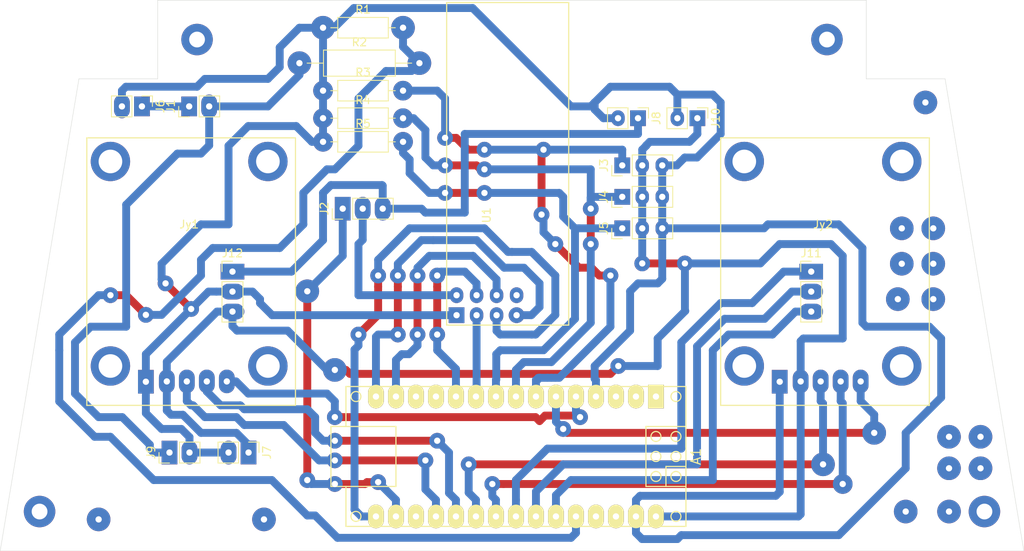
<source format=kicad_pcb>
(kicad_pcb (version 20171130) (host pcbnew "(5.1.5)-3")

  (general
    (thickness 1.6)
    (drawings 12)
    (tracks 541)
    (zones 0)
    (modules 21)
    (nets 35)
  )

  (page A4)
  (layers
    (0 F.Cu signal)
    (31 B.Cu signal)
    (32 B.Adhes user)
    (33 F.Adhes user)
    (34 B.Paste user)
    (35 F.Paste user)
    (36 B.SilkS user)
    (37 F.SilkS user)
    (38 B.Mask user)
    (39 F.Mask user)
    (40 Dwgs.User user)
    (41 Cmts.User user)
    (42 Eco1.User user)
    (43 Eco2.User user)
    (44 Edge.Cuts user)
    (45 Margin user)
    (46 B.CrtYd user)
    (47 F.CrtYd user)
    (48 B.Fab user)
    (49 F.Fab user)
  )

  (setup
    (last_trace_width 1)
    (user_trace_width 1)
    (user_trace_width 1.5)
    (user_trace_width 2)
    (trace_clearance 0.2)
    (zone_clearance 0.508)
    (zone_45_only no)
    (trace_min 0.2)
    (via_size 0.8)
    (via_drill 0.4)
    (via_min_size 0.4)
    (via_min_drill 0.3)
    (user_via 1 0.8)
    (user_via 1.5 0.8)
    (user_via 2 0.8)
    (user_via 2.5 0.8)
    (user_via 3 0.8)
    (user_via 4 2)
    (uvia_size 0.3)
    (uvia_drill 0.1)
    (uvias_allowed no)
    (uvia_min_size 0.2)
    (uvia_min_drill 0.1)
    (edge_width 0.05)
    (segment_width 0.2)
    (pcb_text_width 0.3)
    (pcb_text_size 1.5 1.5)
    (mod_edge_width 0.12)
    (mod_text_size 1 1)
    (mod_text_width 0.15)
    (pad_size 2 2)
    (pad_drill 0.8)
    (pad_to_mask_clearance 0.051)
    (solder_mask_min_width 0.25)
    (aux_axis_origin 0 0)
    (visible_elements 7FFFFFFF)
    (pcbplotparams
      (layerselection 0x01800_fffffffe)
      (usegerberextensions false)
      (usegerberattributes false)
      (usegerberadvancedattributes false)
      (creategerberjobfile false)
      (excludeedgelayer true)
      (linewidth 0.100000)
      (plotframeref false)
      (viasonmask false)
      (mode 1)
      (useauxorigin false)
      (hpglpennumber 1)
      (hpglpenspeed 20)
      (hpglpendiameter 15.000000)
      (psnegative false)
      (psa4output false)
      (plotreference true)
      (plotvalue true)
      (plotinvisibletext false)
      (padsonsilk false)
      (subtractmaskfromsilk false)
      (outputformat 1)
      (mirror false)
      (drillshape 0)
      (scaleselection 1)
      (outputdirectory "Gerber/New_V2.0/"))
  )

  (net 0 "")
  (net 1 D12)
  (net 2 D13)
  (net 3 D11)
  (net 4 "Net-(A1-Pad13)")
  (net 5 "Net-(A1-Pad18)")
  (net 6 A0)
  (net 7 D8)
  (net 8 A1)
  (net 9 A2)
  (net 10 D6)
  (net 11 A3)
  (net 12 D5)
  (net 13 A4)
  (net 14 D4)
  (net 15 A5)
  (net 16 D3)
  (net 17 D2)
  (net 18 GND)
  (net 19 "Net-(A1-Pad27)")
  (net 20 "Net-(A1-Pad3)")
  (net 21 "Net-(A1-Pad28)")
  (net 22 "Net-(A1-Pad2)")
  (net 23 "Net-(A1-Pad1)")
  (net 24 +5V)
  (net 25 +3.3V)
  (net 26 "Net-(U1-Pad8)")
  (net 27 A6)
  (net 28 A7)
  (net 29 AN1)
  (net 30 AN2)
  (net 31 3V3)
  (net 32 NFR_3V3)
  (net 33 D7)
  (net 34 "Net-(A1-Pad12)")

  (net_class Default "This is the default net class."
    (clearance 0.2)
    (trace_width 0.25)
    (via_dia 0.8)
    (via_drill 0.4)
    (uvia_dia 0.3)
    (uvia_drill 0.1)
    (add_net +3.3V)
    (add_net +5V)
    (add_net 3V3)
    (add_net A0)
    (add_net A1)
    (add_net A2)
    (add_net A3)
    (add_net A4)
    (add_net A5)
    (add_net A6)
    (add_net A7)
    (add_net AN1)
    (add_net AN2)
    (add_net D11)
    (add_net D12)
    (add_net D13)
    (add_net D2)
    (add_net D3)
    (add_net D4)
    (add_net D5)
    (add_net D6)
    (add_net D7)
    (add_net D8)
    (add_net GND)
    (add_net NFR_3V3)
    (add_net "Net-(A1-Pad1)")
    (add_net "Net-(A1-Pad12)")
    (add_net "Net-(A1-Pad13)")
    (add_net "Net-(A1-Pad18)")
    (add_net "Net-(A1-Pad2)")
    (add_net "Net-(A1-Pad27)")
    (add_net "Net-(A1-Pad28)")
    (add_net "Net-(A1-Pad3)")
    (add_net "Net-(U1-Pad8)")
  )

  (module Socket_Strips:Socket_Strip_Straight_1x03_Pitch2.54mm (layer F.Cu) (tedit 5EABE303) (tstamp 5EAB7776)
    (at 124.5 90.5 90)
    (descr "Through hole straight socket strip, 1x03, 2.54mm pitch, single row")
    (tags "Through hole socket strip THT 1x03 2.54mm single row")
    (path /5EABA69B)
    (fp_text reference J2 (at 0 -2.33 90) (layer F.SilkS)
      (effects (font (size 1 1) (thickness 0.15)))
    )
    (fp_text value NFR_Vcc (at 0 7.41 90) (layer F.Fab)
      (effects (font (size 1 1) (thickness 0.15)))
    )
    (fp_line (start -1.27 -1.27) (end -1.27 6.35) (layer F.Fab) (width 0.1))
    (fp_line (start -1.27 6.35) (end 1.27 6.35) (layer F.Fab) (width 0.1))
    (fp_line (start 1.27 6.35) (end 1.27 -1.27) (layer F.Fab) (width 0.1))
    (fp_line (start 1.27 -1.27) (end -1.27 -1.27) (layer F.Fab) (width 0.1))
    (fp_line (start -1.33 1.27) (end -1.33 6.41) (layer F.SilkS) (width 0.12))
    (fp_line (start -1.33 6.41) (end 1.33 6.41) (layer F.SilkS) (width 0.12))
    (fp_line (start 1.33 6.41) (end 1.33 1.27) (layer F.SilkS) (width 0.12))
    (fp_line (start 1.33 1.27) (end -1.33 1.27) (layer F.SilkS) (width 0.12))
    (fp_line (start -1.33 0) (end -1.33 -1.33) (layer F.SilkS) (width 0.12))
    (fp_line (start -1.33 -1.33) (end 0 -1.33) (layer F.SilkS) (width 0.12))
    (fp_line (start -1.8 -1.8) (end -1.8 6.85) (layer F.CrtYd) (width 0.05))
    (fp_line (start -1.8 6.85) (end 1.8 6.85) (layer F.CrtYd) (width 0.05))
    (fp_line (start 1.8 6.85) (end 1.8 -1.8) (layer F.CrtYd) (width 0.05))
    (fp_line (start 1.8 -1.8) (end -1.8 -1.8) (layer F.CrtYd) (width 0.05))
    (fp_text user %R (at 0 -2.33 90) (layer F.Fab)
      (effects (font (size 1 1) (thickness 0.15)))
    )
    (pad 1 thru_hole rect (at 0 0 90) (size 3 2) (drill 0.8) (layers *.Cu *.Mask)
      (net 31 3V3))
    (pad 2 thru_hole oval (at 0 2.54 90) (size 3 2) (drill 0.8) (layers *.Cu *.Mask)
      (net 32 NFR_3V3))
    (pad 3 thru_hole oval (at 0 5.08 90) (size 3 2) (drill 0.8) (layers *.Cu *.Mask)
      (net 25 +3.3V))
    (model ${KISYS3DMOD}/Socket_Strips.3dshapes/Socket_Strip_Straight_1x03_Pitch2.54mm.wrl
      (offset (xyz 0 -2.539999961853027 0))
      (scale (xyz 1 1 1))
      (rotate (xyz 0 0 270))
    )
  )

  (module Resistors_THT:R_Axial_DIN0207_L6.3mm_D2.5mm_P10.16mm_Horizontal (layer F.Cu) (tedit 5EABE2E0) (tstamp 5EABB15B)
    (at 122 82)
    (descr "Resistor, Axial_DIN0207 series, Axial, Horizontal, pin pitch=10.16mm, 0.25W = 1/4W, length*diameter=6.3*2.5mm^2, http://cdn-reichelt.de/documents/datenblatt/B400/1_4W%23YAG.pdf")
    (tags "Resistor Axial_DIN0207 series Axial Horizontal pin pitch 10.16mm 0.25W = 1/4W length 6.3mm diameter 2.5mm")
    (path /5E9CD41B)
    (fp_text reference R5 (at 5.08 -2.31) (layer F.SilkS)
      (effects (font (size 1 1) (thickness 0.15)))
    )
    (fp_text value 10k (at 5.08 2.31) (layer F.Fab)
      (effects (font (size 1 1) (thickness 0.15)))
    )
    (fp_line (start 1.93 -1.25) (end 1.93 1.25) (layer F.Fab) (width 0.1))
    (fp_line (start 1.93 1.25) (end 8.23 1.25) (layer F.Fab) (width 0.1))
    (fp_line (start 8.23 1.25) (end 8.23 -1.25) (layer F.Fab) (width 0.1))
    (fp_line (start 8.23 -1.25) (end 1.93 -1.25) (layer F.Fab) (width 0.1))
    (fp_line (start 0 0) (end 1.93 0) (layer F.Fab) (width 0.1))
    (fp_line (start 10.16 0) (end 8.23 0) (layer F.Fab) (width 0.1))
    (fp_line (start 1.87 -1.31) (end 1.87 1.31) (layer F.SilkS) (width 0.12))
    (fp_line (start 1.87 1.31) (end 8.29 1.31) (layer F.SilkS) (width 0.12))
    (fp_line (start 8.29 1.31) (end 8.29 -1.31) (layer F.SilkS) (width 0.12))
    (fp_line (start 8.29 -1.31) (end 1.87 -1.31) (layer F.SilkS) (width 0.12))
    (fp_line (start 0.98 0) (end 1.87 0) (layer F.SilkS) (width 0.12))
    (fp_line (start 9.18 0) (end 8.29 0) (layer F.SilkS) (width 0.12))
    (fp_line (start -1.05 -1.6) (end -1.05 1.6) (layer F.CrtYd) (width 0.05))
    (fp_line (start -1.05 1.6) (end 11.25 1.6) (layer F.CrtYd) (width 0.05))
    (fp_line (start 11.25 1.6) (end 11.25 -1.6) (layer F.CrtYd) (width 0.05))
    (fp_line (start 11.25 -1.6) (end -1.05 -1.6) (layer F.CrtYd) (width 0.05))
    (pad 1 thru_hole circle (at 0 0) (size 2.5 2.5) (drill 0.8) (layers *.Cu *.Mask)
      (net 18 GND))
    (pad 2 thru_hole oval (at 10.16 0) (size 2.5 2.5) (drill 0.8) (layers *.Cu *.Mask)
      (net 10 D6))
    (model ${KISYS3DMOD}/Resistors_THT.3dshapes/R_Axial_DIN0207_L6.3mm_D2.5mm_P10.16mm_Horizontal.wrl
      (at (xyz 0 0 0))
      (scale (xyz 0.393701 0.393701 0.393701))
      (rotate (xyz 0 0 0))
    )
  )

  (module Resistors_THT:R_Axial_DIN0207_L6.3mm_D2.5mm_P10.16mm_Horizontal (layer F.Cu) (tedit 5EABE2D7) (tstamp 5EABB0DD)
    (at 122 79)
    (descr "Resistor, Axial_DIN0207 series, Axial, Horizontal, pin pitch=10.16mm, 0.25W = 1/4W, length*diameter=6.3*2.5mm^2, http://cdn-reichelt.de/documents/datenblatt/B400/1_4W%23YAG.pdf")
    (tags "Resistor Axial_DIN0207 series Axial Horizontal pin pitch 10.16mm 0.25W = 1/4W length 6.3mm diameter 2.5mm")
    (path /5E9CCEC2)
    (fp_text reference R4 (at 5.08 -2.31) (layer F.SilkS)
      (effects (font (size 1 1) (thickness 0.15)))
    )
    (fp_text value 10k (at 5.08 2.31) (layer F.Fab)
      (effects (font (size 1 1) (thickness 0.15)))
    )
    (fp_line (start 1.93 -1.25) (end 1.93 1.25) (layer F.Fab) (width 0.1))
    (fp_line (start 1.93 1.25) (end 8.23 1.25) (layer F.Fab) (width 0.1))
    (fp_line (start 8.23 1.25) (end 8.23 -1.25) (layer F.Fab) (width 0.1))
    (fp_line (start 8.23 -1.25) (end 1.93 -1.25) (layer F.Fab) (width 0.1))
    (fp_line (start 0 0) (end 1.93 0) (layer F.Fab) (width 0.1))
    (fp_line (start 10.16 0) (end 8.23 0) (layer F.Fab) (width 0.1))
    (fp_line (start 1.87 -1.31) (end 1.87 1.31) (layer F.SilkS) (width 0.12))
    (fp_line (start 1.87 1.31) (end 8.29 1.31) (layer F.SilkS) (width 0.12))
    (fp_line (start 8.29 1.31) (end 8.29 -1.31) (layer F.SilkS) (width 0.12))
    (fp_line (start 8.29 -1.31) (end 1.87 -1.31) (layer F.SilkS) (width 0.12))
    (fp_line (start 0.98 0) (end 1.87 0) (layer F.SilkS) (width 0.12))
    (fp_line (start 9.18 0) (end 8.29 0) (layer F.SilkS) (width 0.12))
    (fp_line (start -1.05 -1.6) (end -1.05 1.6) (layer F.CrtYd) (width 0.05))
    (fp_line (start -1.05 1.6) (end 11.25 1.6) (layer F.CrtYd) (width 0.05))
    (fp_line (start 11.25 1.6) (end 11.25 -1.6) (layer F.CrtYd) (width 0.05))
    (fp_line (start 11.25 -1.6) (end -1.05 -1.6) (layer F.CrtYd) (width 0.05))
    (pad 1 thru_hole circle (at 0 0) (size 2.5 2.5) (drill 0.8) (layers *.Cu *.Mask)
      (net 18 GND))
    (pad 2 thru_hole oval (at 10.16 0) (size 2.5 2.5) (drill 0.8) (layers *.Cu *.Mask)
      (net 12 D5))
    (model ${KISYS3DMOD}/Resistors_THT.3dshapes/R_Axial_DIN0207_L6.3mm_D2.5mm_P10.16mm_Horizontal.wrl
      (at (xyz 0 0 0))
      (scale (xyz 0.393701 0.393701 0.393701))
      (rotate (xyz 0 0 0))
    )
  )

  (module Resistors_THT:R_Axial_DIN0207_L6.3mm_D2.5mm_P10.16mm_Horizontal (layer F.Cu) (tedit 5EABE2CF) (tstamp 5EABB09E)
    (at 122 75.5)
    (descr "Resistor, Axial_DIN0207 series, Axial, Horizontal, pin pitch=10.16mm, 0.25W = 1/4W, length*diameter=6.3*2.5mm^2, http://cdn-reichelt.de/documents/datenblatt/B400/1_4W%23YAG.pdf")
    (tags "Resistor Axial_DIN0207 series Axial Horizontal pin pitch 10.16mm 0.25W = 1/4W length 6.3mm diameter 2.5mm")
    (path /5E9CB33F)
    (fp_text reference R3 (at 5.08 -2.31) (layer F.SilkS)
      (effects (font (size 1 1) (thickness 0.15)))
    )
    (fp_text value 10k (at 5.08 2.31) (layer F.Fab)
      (effects (font (size 1 1) (thickness 0.15)))
    )
    (fp_line (start 1.93 -1.25) (end 1.93 1.25) (layer F.Fab) (width 0.1))
    (fp_line (start 1.93 1.25) (end 8.23 1.25) (layer F.Fab) (width 0.1))
    (fp_line (start 8.23 1.25) (end 8.23 -1.25) (layer F.Fab) (width 0.1))
    (fp_line (start 8.23 -1.25) (end 1.93 -1.25) (layer F.Fab) (width 0.1))
    (fp_line (start 0 0) (end 1.93 0) (layer F.Fab) (width 0.1))
    (fp_line (start 10.16 0) (end 8.23 0) (layer F.Fab) (width 0.1))
    (fp_line (start 1.87 -1.31) (end 1.87 1.31) (layer F.SilkS) (width 0.12))
    (fp_line (start 1.87 1.31) (end 8.29 1.31) (layer F.SilkS) (width 0.12))
    (fp_line (start 8.29 1.31) (end 8.29 -1.31) (layer F.SilkS) (width 0.12))
    (fp_line (start 8.29 -1.31) (end 1.87 -1.31) (layer F.SilkS) (width 0.12))
    (fp_line (start 0.98 0) (end 1.87 0) (layer F.SilkS) (width 0.12))
    (fp_line (start 9.18 0) (end 8.29 0) (layer F.SilkS) (width 0.12))
    (fp_line (start -1.05 -1.6) (end -1.05 1.6) (layer F.CrtYd) (width 0.05))
    (fp_line (start -1.05 1.6) (end 11.25 1.6) (layer F.CrtYd) (width 0.05))
    (fp_line (start 11.25 1.6) (end 11.25 -1.6) (layer F.CrtYd) (width 0.05))
    (fp_line (start 11.25 -1.6) (end -1.05 -1.6) (layer F.CrtYd) (width 0.05))
    (pad 1 thru_hole circle (at 0 0) (size 2.5 2.5) (drill 0.8) (layers *.Cu *.Mask)
      (net 18 GND))
    (pad 2 thru_hole oval (at 10.16 0) (size 2.5 2.5) (drill 0.8) (layers *.Cu *.Mask)
      (net 14 D4))
    (model ${KISYS3DMOD}/Resistors_THT.3dshapes/R_Axial_DIN0207_L6.3mm_D2.5mm_P10.16mm_Horizontal.wrl
      (at (xyz 0 0 0))
      (scale (xyz 0.393701 0.393701 0.393701))
      (rotate (xyz 0 0 0))
    )
  )

  (module yeni_nfr24l01:NRF24L01Module (layer F.Cu) (tedit 5EABE371) (tstamp 5E94CC85)
    (at 153.5 105.5 90)
    (path /5E8A45F4)
    (fp_text reference U1 (at 14.16 -10.73 90) (layer F.SilkS)
      (effects (font (size 1 1) (thickness 0.15)))
    )
    (fp_text value NRF24L01_Breakout (at 15.43 -13.27 90) (layer F.Fab)
      (effects (font (size 1 1) (thickness 0.15)))
    )
    (fp_line (start 0.2 -15.8) (end 0.2 -0.3) (layer F.SilkS) (width 0.15))
    (fp_line (start 41.2 -15.8) (end 0.2 -15.8) (layer F.SilkS) (width 0.15))
    (fp_line (start 41.2 -0.3) (end 41.2 -15.8) (layer F.SilkS) (width 0.15))
    (fp_line (start 0.2 -0.3) (end 41.2 -0.3) (layer F.SilkS) (width 0.15))
    (pad 8 thru_hole oval (at 4 -6.92 90) (size 2 1.7) (drill 0.8) (layers *.Cu *.Mask)
      (net 26 "Net-(U1-Pad8)"))
    (pad 7 thru_hole oval (at 1.46 -6.92 90) (size 2 2) (drill 0.8) (layers *.Cu *.Mask)
      (net 1 D12))
    (pad 6 thru_hole oval (at 4 -9.46 90) (size 2 1.7) (drill 0.8) (layers *.Cu *.Mask)
      (net 3 D11))
    (pad 5 thru_hole oval (at 1.46 -9.46 90) (size 2 1.7) (drill 0.8) (layers *.Cu *.Mask)
      (net 2 D13))
    (pad 4 thru_hole oval (at 4 -12 90) (size 2 1.7) (drill 0.8) (layers *.Cu *.Mask)
      (net 7 D8))
    (pad 3 thru_hole oval (at 1.46 -12 90) (size 2 1.7) (drill 0.8) (layers *.Cu *.Mask)
      (net 33 D7))
    (pad 2 thru_hole oval (at 4 -14.54 90) (size 2 1.7) (drill 0.8) (layers *.Cu *.Mask)
      (net 32 NFR_3V3))
    (pad 1 thru_hole rect (at 1.46 -14.54 90) (size 2 2) (drill 0.8) (layers *.Cu *.Mask)
      (net 18 GND))
  )

  (module Resistors_THT:R_Axial_DIN0309_L9.0mm_D3.2mm_P15.24mm_Horizontal (layer F.Cu) (tedit 5EABE324) (tstamp 5EABDB7A)
    (at 119 72)
    (descr "Resistor, Axial_DIN0309 series, Axial, Horizontal, pin pitch=15.24mm, 0.5W = 1/2W, length*diameter=9*3.2mm^2, http://cdn-reichelt.de/documents/datenblatt/B400/1_4W%23YAG.pdf")
    (tags "Resistor Axial_DIN0309 series Axial Horizontal pin pitch 15.24mm 0.5W = 1/2W length 9mm diameter 3.2mm")
    (path /5E97AC79)
    (fp_text reference R2 (at 7.62 -2.66) (layer F.SilkS)
      (effects (font (size 1 1) (thickness 0.15)))
    )
    (fp_text value 100k (at 7.62 2.66) (layer F.Fab)
      (effects (font (size 1 1) (thickness 0.15)))
    )
    (fp_line (start 3.12 -1.6) (end 3.12 1.6) (layer F.Fab) (width 0.1))
    (fp_line (start 3.12 1.6) (end 12.12 1.6) (layer F.Fab) (width 0.1))
    (fp_line (start 12.12 1.6) (end 12.12 -1.6) (layer F.Fab) (width 0.1))
    (fp_line (start 12.12 -1.6) (end 3.12 -1.6) (layer F.Fab) (width 0.1))
    (fp_line (start 0 0) (end 3.12 0) (layer F.Fab) (width 0.1))
    (fp_line (start 15.24 0) (end 12.12 0) (layer F.Fab) (width 0.1))
    (fp_line (start 3.06 -1.66) (end 3.06 1.66) (layer F.SilkS) (width 0.12))
    (fp_line (start 3.06 1.66) (end 12.18 1.66) (layer F.SilkS) (width 0.12))
    (fp_line (start 12.18 1.66) (end 12.18 -1.66) (layer F.SilkS) (width 0.12))
    (fp_line (start 12.18 -1.66) (end 3.06 -1.66) (layer F.SilkS) (width 0.12))
    (fp_line (start 0.98 0) (end 3.06 0) (layer F.SilkS) (width 0.12))
    (fp_line (start 14.26 0) (end 12.18 0) (layer F.SilkS) (width 0.12))
    (fp_line (start -1.05 -1.95) (end -1.05 1.95) (layer F.CrtYd) (width 0.05))
    (fp_line (start -1.05 1.95) (end 16.3 1.95) (layer F.CrtYd) (width 0.05))
    (fp_line (start 16.3 1.95) (end 16.3 -1.95) (layer F.CrtYd) (width 0.05))
    (fp_line (start 16.3 -1.95) (end -1.05 -1.95) (layer F.CrtYd) (width 0.05))
    (pad 1 thru_hole circle (at 0 0) (size 3 3) (drill 0.8) (layers *.Cu *.Mask)
      (net 30 AN2))
    (pad 2 thru_hole oval (at 15.24 0) (size 3 3) (drill 0.8) (layers *.Cu *.Mask)
      (net 28 A7))
    (model ${KISYS3DMOD}/Resistors_THT.3dshapes/R_Axial_DIN0309_L9.0mm_D3.2mm_P15.24mm_Horizontal.wrl
      (at (xyz 0 0 0))
      (scale (xyz 0.393701 0.393701 0.393701))
      (rotate (xyz 0 0 0))
    )
  )

  (module Resistors_THT:R_Axial_DIN0207_L6.3mm_D2.5mm_P10.16mm_Horizontal (layer F.Cu) (tedit 5EABE31B) (tstamp 5EABB11C)
    (at 122 67.5)
    (descr "Resistor, Axial_DIN0207 series, Axial, Horizontal, pin pitch=10.16mm, 0.25W = 1/4W, length*diameter=6.3*2.5mm^2, http://cdn-reichelt.de/documents/datenblatt/B400/1_4W%23YAG.pdf")
    (tags "Resistor Axial_DIN0207 series Axial Horizontal pin pitch 10.16mm 0.25W = 1/4W length 6.3mm diameter 2.5mm")
    (path /5E97B275)
    (fp_text reference R1 (at 5.08 -2.31) (layer F.SilkS)
      (effects (font (size 1 1) (thickness 0.15)))
    )
    (fp_text value 10k (at 5.08 2.31) (layer F.Fab)
      (effects (font (size 1 1) (thickness 0.15)))
    )
    (fp_line (start 1.93 -1.25) (end 1.93 1.25) (layer F.Fab) (width 0.1))
    (fp_line (start 1.93 1.25) (end 8.23 1.25) (layer F.Fab) (width 0.1))
    (fp_line (start 8.23 1.25) (end 8.23 -1.25) (layer F.Fab) (width 0.1))
    (fp_line (start 8.23 -1.25) (end 1.93 -1.25) (layer F.Fab) (width 0.1))
    (fp_line (start 0 0) (end 1.93 0) (layer F.Fab) (width 0.1))
    (fp_line (start 10.16 0) (end 8.23 0) (layer F.Fab) (width 0.1))
    (fp_line (start 1.87 -1.31) (end 1.87 1.31) (layer F.SilkS) (width 0.12))
    (fp_line (start 1.87 1.31) (end 8.29 1.31) (layer F.SilkS) (width 0.12))
    (fp_line (start 8.29 1.31) (end 8.29 -1.31) (layer F.SilkS) (width 0.12))
    (fp_line (start 8.29 -1.31) (end 1.87 -1.31) (layer F.SilkS) (width 0.12))
    (fp_line (start 0.98 0) (end 1.87 0) (layer F.SilkS) (width 0.12))
    (fp_line (start 9.18 0) (end 8.29 0) (layer F.SilkS) (width 0.12))
    (fp_line (start -1.05 -1.6) (end -1.05 1.6) (layer F.CrtYd) (width 0.05))
    (fp_line (start -1.05 1.6) (end 11.25 1.6) (layer F.CrtYd) (width 0.05))
    (fp_line (start 11.25 1.6) (end 11.25 -1.6) (layer F.CrtYd) (width 0.05))
    (fp_line (start 11.25 -1.6) (end -1.05 -1.6) (layer F.CrtYd) (width 0.05))
    (pad 1 thru_hole circle (at 0 0) (size 3 3) (drill 0.8) (layers *.Cu *.Mask)
      (net 18 GND))
    (pad 2 thru_hole oval (at 10.16 0) (size 3 3) (drill 0.8) (layers *.Cu *.Mask)
      (net 28 A7))
    (model ${KISYS3DMOD}/Resistors_THT.3dshapes/R_Axial_DIN0207_L6.3mm_D2.5mm_P10.16mm_Horizontal.wrl
      (at (xyz 0 0 0))
      (scale (xyz 0.393701 0.393701 0.393701))
      (rotate (xyz 0 0 0))
    )
  )

  (module "Yeni klasör:joyistik" (layer F.Cu) (tedit 5E7E2951) (tstamp 5E94C3BA)
    (at 172.5 115.5)
    (path /5E8A7374)
    (fp_text reference Jy2 (at 13 -23) (layer F.SilkS)
      (effects (font (size 1 1) (thickness 0.15)))
    )
    (fp_text value Joyistik (at 13 -26) (layer F.Fab)
      (effects (font (size 1 1) (thickness 0.15)))
    )
    (fp_line (start 0 -34) (end 0 0) (layer F.SilkS) (width 0.15))
    (fp_line (start 26.5 -34) (end 0 -34) (layer F.SilkS) (width 0.15))
    (fp_line (start 26.5 0) (end 26.5 -34) (layer F.SilkS) (width 0.15))
    (fp_line (start 0 0) (end 26.5 0) (layer F.SilkS) (width 0.15))
    (pad 5 thru_hole oval (at 17.78 -3.04) (size 2 3) (drill 0.8) (layers *.Cu *.Mask)
      (net 16 D3))
    (pad 4 thru_hole oval (at 15.24 -3.04) (size 2 3) (drill 0.8) (layers *.Cu *.Mask)
      (net 11 A3))
    (pad 3 thru_hole oval (at 12.7 -3.04) (size 2 3) (drill 0.8) (layers *.Cu *.Mask)
      (net 9 A2))
    (pad 2 thru_hole oval (at 10.16 -3.04) (size 2 3) (drill 0.8) (layers *.Cu *.Mask)
      (net 24 +5V))
    (pad 1 thru_hole rect (at 7.5 -3) (size 2 3) (drill 0.8) (layers *.Cu *.Mask)
      (net 18 GND))
    (pad A thru_hole circle (at 3 -31) (size 5 5) (drill 3) (layers *.Cu *.Mask))
    (pad A thru_hole circle (at 23 -31) (size 5 5) (drill 3) (layers *.Cu *.Mask))
    (pad A thru_hole circle (at 23 -5) (size 5 5) (drill 3) (layers *.Cu *.Mask))
    (pad A thru_hole circle (at 3 -5) (size 5 5) (drill 3) (layers *.Cu *.Mask))
  )

  (module "Yeni klasör:joyistik" (layer F.Cu) (tedit 5E7E2951) (tstamp 5E94C3A9)
    (at 92 115.5)
    (path /5E8A6D13)
    (fp_text reference Jy1 (at 13 -23) (layer F.SilkS)
      (effects (font (size 1 1) (thickness 0.15)))
    )
    (fp_text value Joyistik (at 13 -26) (layer F.Fab)
      (effects (font (size 1 1) (thickness 0.15)))
    )
    (fp_line (start 0 -34) (end 0 0) (layer F.SilkS) (width 0.15))
    (fp_line (start 26.5 -34) (end 0 -34) (layer F.SilkS) (width 0.15))
    (fp_line (start 26.5 0) (end 26.5 -34) (layer F.SilkS) (width 0.15))
    (fp_line (start 0 0) (end 26.5 0) (layer F.SilkS) (width 0.15))
    (pad 5 thru_hole oval (at 17.78 -3.04) (size 2 3) (drill 0.8) (layers *.Cu *.Mask)
      (net 17 D2))
    (pad 4 thru_hole oval (at 15.24 -3.04) (size 2 3) (drill 0.8) (layers *.Cu *.Mask)
      (net 8 A1))
    (pad 3 thru_hole oval (at 12.7 -3.04) (size 2 3) (drill 0.8) (layers *.Cu *.Mask)
      (net 6 A0))
    (pad 2 thru_hole oval (at 10.16 -3.04) (size 2 3) (drill 0.8) (layers *.Cu *.Mask)
      (net 24 +5V))
    (pad 1 thru_hole rect (at 7.5 -3) (size 2 3) (drill 0.8) (layers *.Cu *.Mask)
      (net 18 GND))
    (pad A thru_hole circle (at 3 -31) (size 5 5) (drill 3) (layers *.Cu *.Mask))
    (pad A thru_hole circle (at 23 -31) (size 5 5) (drill 3) (layers *.Cu *.Mask))
    (pad A thru_hole circle (at 23 -5) (size 5 5) (drill 3) (layers *.Cu *.Mask))
    (pad A thru_hole circle (at 3 -5) (size 5 5) (drill 3) (layers *.Cu *.Mask))
  )

  (module Socket_Strips:Socket_Strip_Straight_1x03_Pitch2.54mm (layer F.Cu) (tedit 5EABE25E) (tstamp 5E94C398)
    (at 110.5 98.5)
    (descr "Through hole straight socket strip, 1x03, 2.54mm pitch, single row")
    (tags "Through hole socket strip THT 1x03 2.54mm single row")
    (path /5E94AE0D)
    (fp_text reference J12 (at 0 -2.33) (layer F.SilkS)
      (effects (font (size 1 1) (thickness 0.15)))
    )
    (fp_text value Vcc (at 0 7.41) (layer F.Fab)
      (effects (font (size 1 1) (thickness 0.15)))
    )
    (fp_line (start -1.27 -1.27) (end -1.27 6.35) (layer F.Fab) (width 0.1))
    (fp_line (start -1.27 6.35) (end 1.27 6.35) (layer F.Fab) (width 0.1))
    (fp_line (start 1.27 6.35) (end 1.27 -1.27) (layer F.Fab) (width 0.1))
    (fp_line (start 1.27 -1.27) (end -1.27 -1.27) (layer F.Fab) (width 0.1))
    (fp_line (start -1.33 1.27) (end -1.33 6.41) (layer F.SilkS) (width 0.12))
    (fp_line (start -1.33 6.41) (end 1.33 6.41) (layer F.SilkS) (width 0.12))
    (fp_line (start 1.33 6.41) (end 1.33 1.27) (layer F.SilkS) (width 0.12))
    (fp_line (start 1.33 1.27) (end -1.33 1.27) (layer F.SilkS) (width 0.12))
    (fp_line (start -1.33 0) (end -1.33 -1.33) (layer F.SilkS) (width 0.12))
    (fp_line (start -1.33 -1.33) (end 0 -1.33) (layer F.SilkS) (width 0.12))
    (fp_line (start -1.8 -1.8) (end -1.8 6.85) (layer F.CrtYd) (width 0.05))
    (fp_line (start -1.8 6.85) (end 1.8 6.85) (layer F.CrtYd) (width 0.05))
    (fp_line (start 1.8 6.85) (end 1.8 -1.8) (layer F.CrtYd) (width 0.05))
    (fp_line (start 1.8 -1.8) (end -1.8 -1.8) (layer F.CrtYd) (width 0.05))
    (fp_text user %R (at 0 -2.33) (layer F.Fab)
      (effects (font (size 1 1) (thickness 0.15)))
    )
    (pad 1 thru_hole rect (at 0 0) (size 3 2) (drill 0.8) (layers *.Cu *.Mask)
      (net 25 +3.3V))
    (pad 2 thru_hole oval (at 0 2.54) (size 3 2) (drill 0.8) (layers *.Cu *.Mask)
      (net 18 GND))
    (pad 3 thru_hole oval (at 0 5.08) (size 3 2) (drill 0.8) (layers *.Cu *.Mask)
      (net 24 +5V))
    (model ${KISYS3DMOD}/Socket_Strips.3dshapes/Socket_Strip_Straight_1x03_Pitch2.54mm.wrl
      (offset (xyz 0 -2.539999961853027 0))
      (scale (xyz 1 1 1))
      (rotate (xyz 0 0 270))
    )
  )

  (module Socket_Strips:Socket_Strip_Straight_1x03_Pitch2.54mm (layer F.Cu) (tedit 5EABE209) (tstamp 5E94C395)
    (at 184 98.5)
    (descr "Through hole straight socket strip, 1x03, 2.54mm pitch, single row")
    (tags "Through hole socket strip THT 1x03 2.54mm single row")
    (path /5E94A1DC)
    (fp_text reference J11 (at 0 -2.33) (layer F.SilkS)
      (effects (font (size 1 1) (thickness 0.15)))
    )
    (fp_text value Data (at 0 7.41) (layer F.Fab)
      (effects (font (size 1 1) (thickness 0.15)))
    )
    (fp_line (start -1.27 -1.27) (end -1.27 6.35) (layer F.Fab) (width 0.1))
    (fp_line (start -1.27 6.35) (end 1.27 6.35) (layer F.Fab) (width 0.1))
    (fp_line (start 1.27 6.35) (end 1.27 -1.27) (layer F.Fab) (width 0.1))
    (fp_line (start 1.27 -1.27) (end -1.27 -1.27) (layer F.Fab) (width 0.1))
    (fp_line (start -1.33 1.27) (end -1.33 6.41) (layer F.SilkS) (width 0.12))
    (fp_line (start -1.33 6.41) (end 1.33 6.41) (layer F.SilkS) (width 0.12))
    (fp_line (start 1.33 6.41) (end 1.33 1.27) (layer F.SilkS) (width 0.12))
    (fp_line (start 1.33 1.27) (end -1.33 1.27) (layer F.SilkS) (width 0.12))
    (fp_line (start -1.33 0) (end -1.33 -1.33) (layer F.SilkS) (width 0.12))
    (fp_line (start -1.33 -1.33) (end 0 -1.33) (layer F.SilkS) (width 0.12))
    (fp_line (start -1.8 -1.8) (end -1.8 6.85) (layer F.CrtYd) (width 0.05))
    (fp_line (start -1.8 6.85) (end 1.8 6.85) (layer F.CrtYd) (width 0.05))
    (fp_line (start 1.8 6.85) (end 1.8 -1.8) (layer F.CrtYd) (width 0.05))
    (fp_line (start 1.8 -1.8) (end -1.8 -1.8) (layer F.CrtYd) (width 0.05))
    (fp_text user %R (at 0 -2.33) (layer F.Fab)
      (effects (font (size 1 1) (thickness 0.15)))
    )
    (pad 1 thru_hole rect (at 0 0) (size 3 2) (drill 0.8) (layers *.Cu *.Mask)
      (net 13 A4))
    (pad 2 thru_hole oval (at 0 2.54) (size 3 2) (drill 0.8) (layers *.Cu *.Mask)
      (net 15 A5))
    (pad 3 thru_hole oval (at 0 5.08) (size 3 2) (drill 0.8) (layers *.Cu *.Mask)
      (net 27 A6))
    (model ${KISYS3DMOD}/Socket_Strips.3dshapes/Socket_Strip_Straight_1x03_Pitch2.54mm.wrl
      (offset (xyz 0 -2.539999961853027 0))
      (scale (xyz 1 1 1))
      (rotate (xyz 0 0 270))
    )
  )

  (module Socket_Strips:Socket_Strip_Straight_1x02_Pitch2.54mm (layer F.Cu) (tedit 5E94C6AF) (tstamp 5E94C392)
    (at 169.54 79 270)
    (descr "Through hole straight socket strip, 1x02, 2.54mm pitch, single row")
    (tags "Through hole socket strip THT 1x02 2.54mm single row")
    (path /5E8B9198)
    (fp_text reference J10 (at 0 -2.33 90) (layer F.SilkS)
      (effects (font (size 1 1) (thickness 0.15)))
    )
    (fp_text value 5V_DC (at 0 4.87 90) (layer F.Fab)
      (effects (font (size 1 1) (thickness 0.15)))
    )
    (fp_line (start -1.27 -1.27) (end -1.27 3.81) (layer F.Fab) (width 0.1))
    (fp_line (start -1.27 3.81) (end 1.27 3.81) (layer F.Fab) (width 0.1))
    (fp_line (start 1.27 3.81) (end 1.27 -1.27) (layer F.Fab) (width 0.1))
    (fp_line (start 1.27 -1.27) (end -1.27 -1.27) (layer F.Fab) (width 0.1))
    (fp_line (start -1.33 1.27) (end -1.33 3.87) (layer F.SilkS) (width 0.12))
    (fp_line (start -1.33 3.87) (end 1.33 3.87) (layer F.SilkS) (width 0.12))
    (fp_line (start 1.33 3.87) (end 1.33 1.27) (layer F.SilkS) (width 0.12))
    (fp_line (start 1.33 1.27) (end -1.33 1.27) (layer F.SilkS) (width 0.12))
    (fp_line (start -1.33 0) (end -1.33 -1.33) (layer F.SilkS) (width 0.12))
    (fp_line (start -1.33 -1.33) (end 0 -1.33) (layer F.SilkS) (width 0.12))
    (fp_line (start -1.8 -1.8) (end -1.8 4.35) (layer F.CrtYd) (width 0.05))
    (fp_line (start -1.8 4.35) (end 1.8 4.35) (layer F.CrtYd) (width 0.05))
    (fp_line (start 1.8 4.35) (end 1.8 -1.8) (layer F.CrtYd) (width 0.05))
    (fp_line (start 1.8 -1.8) (end -1.8 -1.8) (layer F.CrtYd) (width 0.05))
    (fp_text user %R (at 0 -2.33 90) (layer F.Fab)
      (effects (font (size 1 1) (thickness 0.15)))
    )
    (pad 1 thru_hole rect (at 0 0 270) (size 2 2) (drill 0.8) (layers *.Cu *.Mask)
      (net 24 +5V))
    (pad 2 thru_hole oval (at 0 2.54 270) (size 2 1.7) (drill 0.8) (layers *.Cu *.Mask)
      (net 18 GND))
    (model ${KISYS3DMOD}/Socket_Strips.3dshapes/Socket_Strip_Straight_1x02_Pitch2.54mm.wrl
      (offset (xyz 0 -1.269999980926514 0))
      (scale (xyz 1 1 1))
      (rotate (xyz 0 0 270))
    )
  )

  (module Socket_Strips:Socket_Strip_Straight_1x02_Pitch2.54mm (layer F.Cu) (tedit 5EABE299) (tstamp 5E94C38F)
    (at 102.5 121.5 90)
    (descr "Through hole straight socket strip, 1x02, 2.54mm pitch, single row")
    (tags "Through hole socket strip THT 1x02 2.54mm single row")
    (path /5E8B77D6)
    (fp_text reference J9 (at 0 -2.33 90) (layer F.SilkS)
      (effects (font (size 1 1) (thickness 0.15)))
    )
    (fp_text value 12V_DC_PWR (at 0 4.87 90) (layer F.Fab)
      (effects (font (size 1 1) (thickness 0.15)))
    )
    (fp_line (start -1.27 -1.27) (end -1.27 3.81) (layer F.Fab) (width 0.1))
    (fp_line (start -1.27 3.81) (end 1.27 3.81) (layer F.Fab) (width 0.1))
    (fp_line (start 1.27 3.81) (end 1.27 -1.27) (layer F.Fab) (width 0.1))
    (fp_line (start 1.27 -1.27) (end -1.27 -1.27) (layer F.Fab) (width 0.1))
    (fp_line (start -1.33 1.27) (end -1.33 3.87) (layer F.SilkS) (width 0.12))
    (fp_line (start -1.33 3.87) (end 1.33 3.87) (layer F.SilkS) (width 0.12))
    (fp_line (start 1.33 3.87) (end 1.33 1.27) (layer F.SilkS) (width 0.12))
    (fp_line (start 1.33 1.27) (end -1.33 1.27) (layer F.SilkS) (width 0.12))
    (fp_line (start -1.33 0) (end -1.33 -1.33) (layer F.SilkS) (width 0.12))
    (fp_line (start -1.33 -1.33) (end 0 -1.33) (layer F.SilkS) (width 0.12))
    (fp_line (start -1.8 -1.8) (end -1.8 4.35) (layer F.CrtYd) (width 0.05))
    (fp_line (start -1.8 4.35) (end 1.8 4.35) (layer F.CrtYd) (width 0.05))
    (fp_line (start 1.8 4.35) (end 1.8 -1.8) (layer F.CrtYd) (width 0.05))
    (fp_line (start 1.8 -1.8) (end -1.8 -1.8) (layer F.CrtYd) (width 0.05))
    (fp_text user %R (at 0 -2.33 90) (layer F.Fab)
      (effects (font (size 1 1) (thickness 0.15)))
    )
    (pad 1 thru_hole rect (at 0 0 90) (size 3 2) (drill 0.8) (layers *.Cu *.Mask)
      (net 30 AN2))
    (pad 2 thru_hole oval (at 0 2.54 90) (size 3 2) (drill 0.8) (layers *.Cu *.Mask)
      (net 18 GND))
    (model ${KISYS3DMOD}/Socket_Strips.3dshapes/Socket_Strip_Straight_1x02_Pitch2.54mm.wrl
      (offset (xyz 0 -1.269999980926514 0))
      (scale (xyz 1 1 1))
      (rotate (xyz 0 0 270))
    )
  )

  (module Socket_Strips:Socket_Strip_Straight_1x02_Pitch2.54mm (layer F.Cu) (tedit 5E94C69E) (tstamp 5E94C38C)
    (at 162 79 270)
    (descr "Through hole straight socket strip, 1x02, 2.54mm pitch, single row")
    (tags "Through hole socket strip THT 1x02 2.54mm single row")
    (path /5E8A9345)
    (fp_text reference J8 (at 0 -2.33 90) (layer F.SilkS)
      (effects (font (size 1 1) (thickness 0.15)))
    )
    (fp_text value 3.3V_DC (at 0 4.87 90) (layer F.Fab)
      (effects (font (size 1 1) (thickness 0.15)))
    )
    (fp_line (start -1.27 -1.27) (end -1.27 3.81) (layer F.Fab) (width 0.1))
    (fp_line (start -1.27 3.81) (end 1.27 3.81) (layer F.Fab) (width 0.1))
    (fp_line (start 1.27 3.81) (end 1.27 -1.27) (layer F.Fab) (width 0.1))
    (fp_line (start 1.27 -1.27) (end -1.27 -1.27) (layer F.Fab) (width 0.1))
    (fp_line (start -1.33 1.27) (end -1.33 3.87) (layer F.SilkS) (width 0.12))
    (fp_line (start -1.33 3.87) (end 1.33 3.87) (layer F.SilkS) (width 0.12))
    (fp_line (start 1.33 3.87) (end 1.33 1.27) (layer F.SilkS) (width 0.12))
    (fp_line (start 1.33 1.27) (end -1.33 1.27) (layer F.SilkS) (width 0.12))
    (fp_line (start -1.33 0) (end -1.33 -1.33) (layer F.SilkS) (width 0.12))
    (fp_line (start -1.33 -1.33) (end 0 -1.33) (layer F.SilkS) (width 0.12))
    (fp_line (start -1.8 -1.8) (end -1.8 4.35) (layer F.CrtYd) (width 0.05))
    (fp_line (start -1.8 4.35) (end 1.8 4.35) (layer F.CrtYd) (width 0.05))
    (fp_line (start 1.8 4.35) (end 1.8 -1.8) (layer F.CrtYd) (width 0.05))
    (fp_line (start 1.8 -1.8) (end -1.8 -1.8) (layer F.CrtYd) (width 0.05))
    (fp_text user %R (at 0 -2.33 90) (layer F.Fab)
      (effects (font (size 1 1) (thickness 0.15)))
    )
    (pad 1 thru_hole rect (at 0 0 270) (size 2 2) (drill 0.8) (layers *.Cu *.Mask)
      (net 25 +3.3V))
    (pad 2 thru_hole oval (at 0 2.54 270) (size 2 1.7) (drill 0.8) (layers *.Cu *.Mask)
      (net 18 GND))
    (model ${KISYS3DMOD}/Socket_Strips.3dshapes/Socket_Strip_Straight_1x02_Pitch2.54mm.wrl
      (offset (xyz 0 -1.269999980926514 0))
      (scale (xyz 1 1 1))
      (rotate (xyz 0 0 270))
    )
  )

  (module Socket_Strips:Socket_Strip_Straight_1x02_Pitch2.54mm (layer F.Cu) (tedit 5EABE29E) (tstamp 5E94C389)
    (at 112.54 121.5 270)
    (descr "Through hole straight socket strip, 1x02, 2.54mm pitch, single row")
    (tags "Through hole socket strip THT 1x02 2.54mm single row")
    (path /5E8A8DD8)
    (fp_text reference J7 (at 0 -2.33 90) (layer F.SilkS)
      (effects (font (size 1 1) (thickness 0.15)))
    )
    (fp_text value 5V_DC (at 0 4.87 90) (layer F.Fab)
      (effects (font (size 1 1) (thickness 0.15)))
    )
    (fp_line (start -1.27 -1.27) (end -1.27 3.81) (layer F.Fab) (width 0.1))
    (fp_line (start -1.27 3.81) (end 1.27 3.81) (layer F.Fab) (width 0.1))
    (fp_line (start 1.27 3.81) (end 1.27 -1.27) (layer F.Fab) (width 0.1))
    (fp_line (start 1.27 -1.27) (end -1.27 -1.27) (layer F.Fab) (width 0.1))
    (fp_line (start -1.33 1.27) (end -1.33 3.87) (layer F.SilkS) (width 0.12))
    (fp_line (start -1.33 3.87) (end 1.33 3.87) (layer F.SilkS) (width 0.12))
    (fp_line (start 1.33 3.87) (end 1.33 1.27) (layer F.SilkS) (width 0.12))
    (fp_line (start 1.33 1.27) (end -1.33 1.27) (layer F.SilkS) (width 0.12))
    (fp_line (start -1.33 0) (end -1.33 -1.33) (layer F.SilkS) (width 0.12))
    (fp_line (start -1.33 -1.33) (end 0 -1.33) (layer F.SilkS) (width 0.12))
    (fp_line (start -1.8 -1.8) (end -1.8 4.35) (layer F.CrtYd) (width 0.05))
    (fp_line (start -1.8 4.35) (end 1.8 4.35) (layer F.CrtYd) (width 0.05))
    (fp_line (start 1.8 4.35) (end 1.8 -1.8) (layer F.CrtYd) (width 0.05))
    (fp_line (start 1.8 -1.8) (end -1.8 -1.8) (layer F.CrtYd) (width 0.05))
    (fp_text user %R (at 0 -2.33 90) (layer F.Fab)
      (effects (font (size 1 1) (thickness 0.15)))
    )
    (pad 1 thru_hole rect (at 0 0 270) (size 3 2) (drill 0.8) (layers *.Cu *.Mask)
      (net 24 +5V))
    (pad 2 thru_hole oval (at 0 2.54 270) (size 3 2) (drill 0.8) (layers *.Cu *.Mask)
      (net 18 GND))
    (model ${KISYS3DMOD}/Socket_Strips.3dshapes/Socket_Strip_Straight_1x02_Pitch2.54mm.wrl
      (offset (xyz 0 -1.269999980926514 0))
      (scale (xyz 1 1 1))
      (rotate (xyz 0 0 270))
    )
  )

  (module Socket_Strips:Socket_Strip_Straight_1x02_Pitch2.54mm (layer F.Cu) (tedit 5EABE341) (tstamp 5E94C386)
    (at 99 77.5 270)
    (descr "Through hole straight socket strip, 1x02, 2.54mm pitch, single row")
    (tags "Through hole socket strip THT 1x02 2.54mm single row")
    (path /5E8A87C8)
    (fp_text reference J6 (at 0 -2.33 90) (layer F.SilkS)
      (effects (font (size 1 1) (thickness 0.15)))
    )
    (fp_text value 12V_DC_Battery (at 0 4.87 90) (layer F.Fab)
      (effects (font (size 1 1) (thickness 0.15)))
    )
    (fp_line (start -1.27 -1.27) (end -1.27 3.81) (layer F.Fab) (width 0.1))
    (fp_line (start -1.27 3.81) (end 1.27 3.81) (layer F.Fab) (width 0.1))
    (fp_line (start 1.27 3.81) (end 1.27 -1.27) (layer F.Fab) (width 0.1))
    (fp_line (start 1.27 -1.27) (end -1.27 -1.27) (layer F.Fab) (width 0.1))
    (fp_line (start -1.33 1.27) (end -1.33 3.87) (layer F.SilkS) (width 0.12))
    (fp_line (start -1.33 3.87) (end 1.33 3.87) (layer F.SilkS) (width 0.12))
    (fp_line (start 1.33 3.87) (end 1.33 1.27) (layer F.SilkS) (width 0.12))
    (fp_line (start 1.33 1.27) (end -1.33 1.27) (layer F.SilkS) (width 0.12))
    (fp_line (start -1.33 0) (end -1.33 -1.33) (layer F.SilkS) (width 0.12))
    (fp_line (start -1.33 -1.33) (end 0 -1.33) (layer F.SilkS) (width 0.12))
    (fp_line (start -1.8 -1.8) (end -1.8 4.35) (layer F.CrtYd) (width 0.05))
    (fp_line (start -1.8 4.35) (end 1.8 4.35) (layer F.CrtYd) (width 0.05))
    (fp_line (start 1.8 4.35) (end 1.8 -1.8) (layer F.CrtYd) (width 0.05))
    (fp_line (start 1.8 -1.8) (end -1.8 -1.8) (layer F.CrtYd) (width 0.05))
    (fp_text user %R (at 0 -2.33 90) (layer F.Fab)
      (effects (font (size 1 1) (thickness 0.15)))
    )
    (pad 1 thru_hole rect (at 0 0 270) (size 2.5 2) (drill 0.8) (layers *.Cu *.Mask)
      (net 29 AN1))
    (pad 2 thru_hole oval (at 0 2.54 270) (size 3 2) (drill 0.8) (layers *.Cu *.Mask)
      (net 18 GND))
    (model ${KISYS3DMOD}/Socket_Strips.3dshapes/Socket_Strip_Straight_1x02_Pitch2.54mm.wrl
      (offset (xyz 0 -1.269999980926514 0))
      (scale (xyz 1 1 1))
      (rotate (xyz 0 0 270))
    )
  )

  (module Socket_Strips:Socket_Strip_Straight_1x03_Pitch2.54mm (layer F.Cu) (tedit 5E94C701) (tstamp 5E94C383)
    (at 160 93 90)
    (descr "Through hole straight socket strip, 1x03, 2.54mm pitch, single row")
    (tags "Through hole socket strip THT 1x03 2.54mm single row")
    (path /5E8D1F4B)
    (fp_text reference J5 (at 0 -2.33 90) (layer F.SilkS)
      (effects (font (size 1 1) (thickness 0.15)))
    )
    (fp_text value D6 (at 0 7.41 90) (layer F.Fab)
      (effects (font (size 1 1) (thickness 0.15)))
    )
    (fp_line (start -1.27 -1.27) (end -1.27 6.35) (layer F.Fab) (width 0.1))
    (fp_line (start -1.27 6.35) (end 1.27 6.35) (layer F.Fab) (width 0.1))
    (fp_line (start 1.27 6.35) (end 1.27 -1.27) (layer F.Fab) (width 0.1))
    (fp_line (start 1.27 -1.27) (end -1.27 -1.27) (layer F.Fab) (width 0.1))
    (fp_line (start -1.33 1.27) (end -1.33 6.41) (layer F.SilkS) (width 0.12))
    (fp_line (start -1.33 6.41) (end 1.33 6.41) (layer F.SilkS) (width 0.12))
    (fp_line (start 1.33 6.41) (end 1.33 1.27) (layer F.SilkS) (width 0.12))
    (fp_line (start 1.33 1.27) (end -1.33 1.27) (layer F.SilkS) (width 0.12))
    (fp_line (start -1.33 0) (end -1.33 -1.33) (layer F.SilkS) (width 0.12))
    (fp_line (start -1.33 -1.33) (end 0 -1.33) (layer F.SilkS) (width 0.12))
    (fp_line (start -1.8 -1.8) (end -1.8 6.85) (layer F.CrtYd) (width 0.05))
    (fp_line (start -1.8 6.85) (end 1.8 6.85) (layer F.CrtYd) (width 0.05))
    (fp_line (start 1.8 6.85) (end 1.8 -1.8) (layer F.CrtYd) (width 0.05))
    (fp_line (start 1.8 -1.8) (end -1.8 -1.8) (layer F.CrtYd) (width 0.05))
    (fp_text user %R (at 0 -2.33 90) (layer F.Fab)
      (effects (font (size 1 1) (thickness 0.15)))
    )
    (pad 1 thru_hole rect (at 0 0 90) (size 2 2) (drill 0.8) (layers *.Cu *.Mask)
      (net 10 D6))
    (pad 2 thru_hole oval (at 0 2.54 90) (size 2 1.7) (drill 0.8) (layers *.Cu *.Mask)
      (net 24 +5V))
    (pad 3 thru_hole oval (at 0 5.08 90) (size 2 1.7) (drill 0.8) (layers *.Cu *.Mask)
      (net 18 GND))
    (model ${KISYS3DMOD}/Socket_Strips.3dshapes/Socket_Strip_Straight_1x03_Pitch2.54mm.wrl
      (offset (xyz 0 -2.539999961853027 0))
      (scale (xyz 1 1 1))
      (rotate (xyz 0 0 270))
    )
  )

  (module Socket_Strips:Socket_Strip_Straight_1x03_Pitch2.54mm (layer F.Cu) (tedit 5E94C6E9) (tstamp 5E94C380)
    (at 160 89 90)
    (descr "Through hole straight socket strip, 1x03, 2.54mm pitch, single row")
    (tags "Through hole socket strip THT 1x03 2.54mm single row")
    (path /5E8D1A4C)
    (fp_text reference J4 (at 0 -2.33 90) (layer F.SilkS)
      (effects (font (size 1 1) (thickness 0.15)))
    )
    (fp_text value D5 (at 0 7.41 90) (layer F.Fab)
      (effects (font (size 1 1) (thickness 0.15)))
    )
    (fp_line (start -1.27 -1.27) (end -1.27 6.35) (layer F.Fab) (width 0.1))
    (fp_line (start -1.27 6.35) (end 1.27 6.35) (layer F.Fab) (width 0.1))
    (fp_line (start 1.27 6.35) (end 1.27 -1.27) (layer F.Fab) (width 0.1))
    (fp_line (start 1.27 -1.27) (end -1.27 -1.27) (layer F.Fab) (width 0.1))
    (fp_line (start -1.33 1.27) (end -1.33 6.41) (layer F.SilkS) (width 0.12))
    (fp_line (start -1.33 6.41) (end 1.33 6.41) (layer F.SilkS) (width 0.12))
    (fp_line (start 1.33 6.41) (end 1.33 1.27) (layer F.SilkS) (width 0.12))
    (fp_line (start 1.33 1.27) (end -1.33 1.27) (layer F.SilkS) (width 0.12))
    (fp_line (start -1.33 0) (end -1.33 -1.33) (layer F.SilkS) (width 0.12))
    (fp_line (start -1.33 -1.33) (end 0 -1.33) (layer F.SilkS) (width 0.12))
    (fp_line (start -1.8 -1.8) (end -1.8 6.85) (layer F.CrtYd) (width 0.05))
    (fp_line (start -1.8 6.85) (end 1.8 6.85) (layer F.CrtYd) (width 0.05))
    (fp_line (start 1.8 6.85) (end 1.8 -1.8) (layer F.CrtYd) (width 0.05))
    (fp_line (start 1.8 -1.8) (end -1.8 -1.8) (layer F.CrtYd) (width 0.05))
    (fp_text user %R (at 0 -2.33 90) (layer F.Fab)
      (effects (font (size 1 1) (thickness 0.15)))
    )
    (pad 1 thru_hole rect (at 0 0 90) (size 2 2) (drill 0.8) (layers *.Cu *.Mask)
      (net 12 D5))
    (pad 2 thru_hole oval (at 0 2.54 90) (size 2 1.7) (drill 0.8) (layers *.Cu *.Mask)
      (net 24 +5V))
    (pad 3 thru_hole oval (at 0 5.08 90) (size 2 1.7) (drill 0.8) (layers *.Cu *.Mask)
      (net 18 GND))
    (model ${KISYS3DMOD}/Socket_Strips.3dshapes/Socket_Strip_Straight_1x03_Pitch2.54mm.wrl
      (offset (xyz 0 -2.539999961853027 0))
      (scale (xyz 1 1 1))
      (rotate (xyz 0 0 270))
    )
  )

  (module Socket_Strips:Socket_Strip_Straight_1x03_Pitch2.54mm (layer F.Cu) (tedit 5E94C6CB) (tstamp 5E94C37D)
    (at 160 85 90)
    (descr "Through hole straight socket strip, 1x03, 2.54mm pitch, single row")
    (tags "Through hole socket strip THT 1x03 2.54mm single row")
    (path /5E8D15DC)
    (fp_text reference J3 (at 0 -2.33 90) (layer F.SilkS)
      (effects (font (size 1 1) (thickness 0.15)))
    )
    (fp_text value D4 (at 0 7.41 90) (layer F.Fab)
      (effects (font (size 1 1) (thickness 0.15)))
    )
    (fp_line (start -1.27 -1.27) (end -1.27 6.35) (layer F.Fab) (width 0.1))
    (fp_line (start -1.27 6.35) (end 1.27 6.35) (layer F.Fab) (width 0.1))
    (fp_line (start 1.27 6.35) (end 1.27 -1.27) (layer F.Fab) (width 0.1))
    (fp_line (start 1.27 -1.27) (end -1.27 -1.27) (layer F.Fab) (width 0.1))
    (fp_line (start -1.33 1.27) (end -1.33 6.41) (layer F.SilkS) (width 0.12))
    (fp_line (start -1.33 6.41) (end 1.33 6.41) (layer F.SilkS) (width 0.12))
    (fp_line (start 1.33 6.41) (end 1.33 1.27) (layer F.SilkS) (width 0.12))
    (fp_line (start 1.33 1.27) (end -1.33 1.27) (layer F.SilkS) (width 0.12))
    (fp_line (start -1.33 0) (end -1.33 -1.33) (layer F.SilkS) (width 0.12))
    (fp_line (start -1.33 -1.33) (end 0 -1.33) (layer F.SilkS) (width 0.12))
    (fp_line (start -1.8 -1.8) (end -1.8 6.85) (layer F.CrtYd) (width 0.05))
    (fp_line (start -1.8 6.85) (end 1.8 6.85) (layer F.CrtYd) (width 0.05))
    (fp_line (start 1.8 6.85) (end 1.8 -1.8) (layer F.CrtYd) (width 0.05))
    (fp_line (start 1.8 -1.8) (end -1.8 -1.8) (layer F.CrtYd) (width 0.05))
    (fp_text user %R (at 0 -2.33 90) (layer F.Fab)
      (effects (font (size 1 1) (thickness 0.15)))
    )
    (pad 1 thru_hole rect (at 0 0 90) (size 2 2) (drill 0.8) (layers *.Cu *.Mask)
      (net 14 D4))
    (pad 2 thru_hole oval (at 0 2.54 90) (size 2 1.7) (drill 0.8) (layers *.Cu *.Mask)
      (net 24 +5V))
    (pad 3 thru_hole oval (at 0 5.08 90) (size 2 1.7) (drill 0.8) (layers *.Cu *.Mask)
      (net 18 GND))
    (model ${KISYS3DMOD}/Socket_Strips.3dshapes/Socket_Strip_Straight_1x03_Pitch2.54mm.wrl
      (offset (xyz 0 -2.539999961853027 0))
      (scale (xyz 1 1 1))
      (rotate (xyz 0 0 270))
    )
  )

  (module Socket_Strips:Socket_Strip_Straight_1x02_Pitch2.54mm (layer F.Cu) (tedit 5EABE335) (tstamp 5E94C37A)
    (at 105 77.5 90)
    (descr "Through hole straight socket strip, 1x02, 2.54mm pitch, single row")
    (tags "Through hole socket strip THT 1x02 2.54mm single row")
    (path /5E94CF19)
    (fp_text reference J1 (at 0 -2.33 90) (layer F.SilkS)
      (effects (font (size 1 1) (thickness 0.15)))
    )
    (fp_text value anahtar (at 0 4.87 90) (layer F.Fab)
      (effects (font (size 1 1) (thickness 0.15)))
    )
    (fp_line (start -1.27 -1.27) (end -1.27 3.81) (layer F.Fab) (width 0.1))
    (fp_line (start -1.27 3.81) (end 1.27 3.81) (layer F.Fab) (width 0.1))
    (fp_line (start 1.27 3.81) (end 1.27 -1.27) (layer F.Fab) (width 0.1))
    (fp_line (start 1.27 -1.27) (end -1.27 -1.27) (layer F.Fab) (width 0.1))
    (fp_line (start -1.33 1.27) (end -1.33 3.87) (layer F.SilkS) (width 0.12))
    (fp_line (start -1.33 3.87) (end 1.33 3.87) (layer F.SilkS) (width 0.12))
    (fp_line (start 1.33 3.87) (end 1.33 1.27) (layer F.SilkS) (width 0.12))
    (fp_line (start 1.33 1.27) (end -1.33 1.27) (layer F.SilkS) (width 0.12))
    (fp_line (start -1.33 0) (end -1.33 -1.33) (layer F.SilkS) (width 0.12))
    (fp_line (start -1.33 -1.33) (end 0 -1.33) (layer F.SilkS) (width 0.12))
    (fp_line (start -1.8 -1.8) (end -1.8 4.35) (layer F.CrtYd) (width 0.05))
    (fp_line (start -1.8 4.35) (end 1.8 4.35) (layer F.CrtYd) (width 0.05))
    (fp_line (start 1.8 4.35) (end 1.8 -1.8) (layer F.CrtYd) (width 0.05))
    (fp_line (start 1.8 -1.8) (end -1.8 -1.8) (layer F.CrtYd) (width 0.05))
    (fp_text user %R (at 0 -2.33 90) (layer F.Fab)
      (effects (font (size 1 1) (thickness 0.15)))
    )
    (pad 1 thru_hole rect (at 0 0 90) (size 2.5 2) (drill 0.8) (layers *.Cu *.Mask)
      (net 29 AN1))
    (pad 2 thru_hole oval (at 0 2.54 90) (size 3 2) (drill 0.8) (layers *.Cu *.Mask)
      (net 30 AN2))
    (model ${KISYS3DMOD}/Socket_Strips.3dshapes/Socket_Strip_Straight_1x02_Pitch2.54mm.wrl
      (offset (xyz 0 -1.269999980926514 0))
      (scale (xyz 1 1 1))
      (rotate (xyz 0 0 270))
    )
  )

  (module "Yeni klasör:arduino_nano" (layer F.Cu) (tedit 5EABE1EB) (tstamp 5E94C377)
    (at 146.5 122 180)
    (path /5E8A3333)
    (fp_text reference A1 (at -22.86 0 90) (layer F.SilkS)
      (effects (font (size 1.2 1.2) (thickness 0.15)))
    )
    (fp_text value Arduino_Nano_v3.x (at 0 0) (layer F.Fab)
      (effects (font (size 1.2 1.2) (thickness 0.15)))
    )
    (fp_line (start 21.59 -8.89) (end -21.59 -8.89) (layer F.SilkS) (width 0.15))
    (fp_line (start -21.59 8.89) (end 21.59 8.89) (layer F.SilkS) (width 0.15))
    (fp_line (start -21.59 -8.89) (end -21.59 8.89) (layer F.SilkS) (width 0.15))
    (fp_line (start -16.51 3.81) (end -16.51 -3.81) (layer F.SilkS) (width 0.15))
    (fp_line (start -21.59 3.81) (end -16.51 3.81) (layer F.SilkS) (width 0.15))
    (fp_line (start -16.51 -3.81) (end -21.59 -3.81) (layer F.SilkS) (width 0.15))
    (fp_line (start -19.05 -1.27) (end -21.59 -1.27) (layer F.SilkS) (width 0.15))
    (fp_line (start -19.05 -3.81) (end -19.05 -1.27) (layer F.SilkS) (width 0.15))
    (fp_circle (center -20.32 -7.62) (end -19.685 -7.62) (layer F.SilkS) (width 0.15))
    (fp_circle (center -20.32 7.62) (end -19.685 7.62) (layer F.SilkS) (width 0.15))
    (fp_circle (center 20.32 -7.62) (end 20.955 -7.62) (layer F.SilkS) (width 0.15))
    (fp_circle (center 20.32 7.62) (end 20.955 7.62) (layer F.SilkS) (width 0.15))
    (fp_circle (center -20.32 -2.54) (end -20.32 -1.905) (layer F.SilkS) (width 0.15))
    (fp_circle (center -17.78 -2.54) (end -17.145 -2.54) (layer F.SilkS) (width 0.15))
    (fp_circle (center -17.78 0) (end -17.145 0) (layer F.SilkS) (width 0.15))
    (fp_circle (center -17.78 2.54) (end -17.145 2.54) (layer F.SilkS) (width 0.15))
    (fp_circle (center -20.32 2.54) (end -19.685 2.54) (layer F.SilkS) (width 0.15))
    (fp_circle (center -20.32 0) (end -19.685 0) (layer F.SilkS) (width 0.15))
    (fp_line (start 15.24 -3.81) (end 23.495 -3.81) (layer F.SilkS) (width 0.15))
    (fp_line (start 15.24 3.81) (end 15.24 -3.81) (layer F.SilkS) (width 0.15))
    (fp_line (start 23.495 3.81) (end 15.24 3.81) (layer F.SilkS) (width 0.15))
    (fp_line (start 23.495 -3.81) (end 23.495 3.81) (layer F.SilkS) (width 0.15))
    (fp_line (start 21.59 -8.89) (end 21.59 -3.81) (layer F.SilkS) (width 0.15))
    (fp_line (start 21.59 3.81) (end 21.59 8.89) (layer F.SilkS) (width 0.15))
    (pad 15 thru_hole oval (at 17.78 7.62 180) (size 2 3) (drill 0.8) (layers *.Cu *.Mask F.SilkS)
      (net 1 D12))
    (pad 16 thru_hole oval (at 17.78 -7.62 180) (size 2 3) (drill 0.8) (layers *.Cu *.Mask F.SilkS)
      (net 2 D13))
    (pad 14 thru_hole oval (at 15.24 7.62 180) (size 2 3) (drill 0.8) (layers *.Cu *.Mask F.SilkS)
      (net 3 D11))
    (pad 17 thru_hole oval (at 15.24 -7.62 180) (size 2 3) (drill 0.8) (layers *.Cu *.Mask F.SilkS)
      (net 31 3V3))
    (pad 13 thru_hole oval (at 12.7 7.62 180) (size 2 3) (drill 0.8) (layers *.Cu *.Mask F.SilkS)
      (net 4 "Net-(A1-Pad13)"))
    (pad 18 thru_hole oval (at 12.7 -7.62 180) (size 2 3) (drill 0.8) (layers *.Cu *.Mask F.SilkS)
      (net 5 "Net-(A1-Pad18)"))
    (pad 12 thru_hole oval (at 10.16 7.62 180) (size 2 3) (drill 0.8) (layers *.Cu *.Mask F.SilkS)
      (net 34 "Net-(A1-Pad12)"))
    (pad 19 thru_hole oval (at 10.16 -7.62 180) (size 2 3) (drill 0.8) (layers *.Cu *.Mask F.SilkS)
      (net 6 A0))
    (pad 11 thru_hole oval (at 7.62 7.62 180) (size 2 3) (drill 0.8) (layers *.Cu *.Mask F.SilkS)
      (net 7 D8))
    (pad 20 thru_hole oval (at 7.62 -7.62 180) (size 2 3) (drill 0.8) (layers *.Cu *.Mask F.SilkS)
      (net 8 A1))
    (pad 10 thru_hole oval (at 5.08 7.62 180) (size 2 3) (drill 0.8) (layers *.Cu *.Mask F.SilkS)
      (net 33 D7))
    (pad 21 thru_hole oval (at 5.08 -7.62 180) (size 2 3) (drill 0.8) (layers *.Cu *.Mask F.SilkS)
      (net 9 A2))
    (pad 9 thru_hole oval (at 2.54 7.62 180) (size 2 3) (drill 0.8) (layers *.Cu *.Mask F.SilkS)
      (net 10 D6))
    (pad 22 thru_hole oval (at 2.54 -7.62 180) (size 2 3) (drill 0.8) (layers *.Cu *.Mask F.SilkS)
      (net 11 A3))
    (pad 8 thru_hole oval (at 0 7.62 180) (size 2 3) (drill 0.8) (layers *.Cu *.Mask F.SilkS)
      (net 12 D5))
    (pad 23 thru_hole oval (at 0 -7.62 180) (size 2 3) (drill 0.8) (layers *.Cu *.Mask F.SilkS)
      (net 13 A4))
    (pad 7 thru_hole oval (at -2.54 7.62 180) (size 2 3) (drill 0.8) (layers *.Cu *.Mask F.SilkS)
      (net 14 D4))
    (pad 24 thru_hole oval (at -2.54 -7.62 180) (size 2 3) (drill 0.8) (layers *.Cu *.Mask F.SilkS)
      (net 15 A5))
    (pad 6 thru_hole oval (at -5.08 7.62 180) (size 2 3) (drill 0.8) (layers *.Cu *.Mask F.SilkS)
      (net 16 D3))
    (pad 25 thru_hole oval (at -5.08 -7.62 180) (size 2 3) (drill 0.8) (layers *.Cu *.Mask F.SilkS)
      (net 27 A6))
    (pad 5 thru_hole oval (at -7.62 7.62 180) (size 2 3) (drill 0.8) (layers *.Cu *.Mask F.SilkS)
      (net 17 D2))
    (pad 26 thru_hole oval (at -7.62 -7.62 180) (size 2 3) (drill 0.8) (layers *.Cu *.Mask F.SilkS)
      (net 28 A7))
    (pad 4 thru_hole oval (at -10.16 7.62 180) (size 2 3) (drill 0.8) (layers *.Cu *.Mask F.SilkS)
      (net 18 GND))
    (pad 27 thru_hole oval (at -10.16 -7.62 180) (size 2 3) (drill 0.8) (layers *.Cu *.Mask F.SilkS)
      (net 19 "Net-(A1-Pad27)"))
    (pad 3 thru_hole oval (at -12.7 7.62 180) (size 2 3) (drill 0.8) (layers *.Cu *.Mask F.SilkS)
      (net 20 "Net-(A1-Pad3)"))
    (pad 28 thru_hole oval (at -12.7 -7.62 180) (size 2 3) (drill 0.8) (layers *.Cu *.Mask F.SilkS)
      (net 21 "Net-(A1-Pad28)"))
    (pad 2 thru_hole oval (at -15.24 7.62 180) (size 2 3) (drill 0.8) (layers *.Cu *.Mask F.SilkS)
      (net 22 "Net-(A1-Pad2)"))
    (pad 29 thru_hole oval (at -15.24 -7.62 180) (size 2 3) (drill 0.8) (layers *.Cu *.Mask F.SilkS)
      (net 18 GND))
    (pad 1 thru_hole rect (at -17.78 7.62 180) (size 2 3) (drill 0.8) (layers *.Cu *.Mask F.SilkS)
      (net 23 "Net-(A1-Pad1)"))
    (pad 30 thru_hole oval (at -17.78 -7.62 180) (size 2 3) (drill 0.8) (layers *.Cu *.Mask F.SilkS)
      (net 24 +5V))
  )

  (gr_text Atlas (at 104 130 180) (layer Eco2.User)
    (effects (font (size 2 2) (thickness 0.4)) (justify mirror))
  )
  (gr_text Lina (at 185.5 79.5 180) (layer Eco2.User)
    (effects (font (size 2 2) (thickness 0.4)) (justify mirror))
  )
  (gr_text "Made By Ziya" (at 164.5 71 180) (layer Eco2.User)
    (effects (font (size 2 2) (thickness 0.4)) (justify mirror))
  )
  (gr_text "Transmitter V1.0" (at 166.5 67.5 180) (layer Eco2.User) (tstamp 5EABF92B)
    (effects (font (size 2 2) (thickness 0.4)) (justify mirror))
  )
  (gr_line (start 91 74) (end 81 134) (layer Edge.Cuts) (width 0.05))
  (gr_line (start 101 74) (end 91 74) (layer Edge.Cuts) (width 0.05))
  (gr_line (start 101 64) (end 101 74) (layer Edge.Cuts) (width 0.05))
  (gr_line (start 211 134) (end 81 134) (layer Edge.Cuts) (width 0.05))
  (gr_line (start 201 74) (end 211 134) (layer Edge.Cuts) (width 0.05))
  (gr_line (start 191 74) (end 201 74) (layer Edge.Cuts) (width 0.05))
  (gr_line (start 191 64) (end 191 74) (layer Edge.Cuts) (width 0.05))
  (gr_line (start 101 64) (end 191 64) (layer Edge.Cuts) (width 0.05))

  (via (at 86 129) (size 4) (drill 2) (layers F.Cu B.Cu) (net 0))
  (via (at 206 129) (size 4) (drill 2) (layers F.Cu B.Cu) (net 0))
  (via (at 186 69) (size 4) (drill 2) (layers F.Cu B.Cu) (net 0))
  (via (at 106 69) (size 4) (drill 2) (layers F.Cu B.Cu) (net 0))
  (via (at 198.5 77) (size 3) (drill 0.8) (layers F.Cu B.Cu) (net 0))
  (via (at 195.5 93) (size 3) (drill 0.8) (layers F.Cu B.Cu) (net 0))
  (via (at 199.5 93) (size 3) (drill 0.8) (layers F.Cu B.Cu) (net 0))
  (via (at 195.5 97.5) (size 3) (drill 0.8) (layers F.Cu B.Cu) (net 0))
  (via (at 199.5 97.5) (size 3) (drill 0.8) (layers F.Cu B.Cu) (net 0))
  (via (at 195 102) (size 3) (drill 0.8) (layers F.Cu B.Cu) (net 0))
  (via (at 199.5 102) (size 3) (drill 0.8) (layers F.Cu B.Cu) (net 0))
  (via (at 205.5 119.5) (size 3) (drill 0.8) (layers F.Cu B.Cu) (net 0))
  (via (at 201.5 119.5) (size 3) (drill 0.8) (layers F.Cu B.Cu) (net 0))
  (via (at 201.5 123.5) (size 3) (drill 0.8) (layers F.Cu B.Cu) (net 0))
  (via (at 205.5 123.5) (size 3) (drill 0.8) (layers F.Cu B.Cu) (net 0))
  (via (at 196 129) (size 3) (drill 0.8) (layers F.Cu B.Cu) (net 0))
  (via (at 93.5 130) (size 3) (drill 0.8) (layers F.Cu B.Cu) (net 0))
  (via (at 114.5 130) (size 3) (drill 0.8) (layers F.Cu B.Cu) (net 0))
  (via (at 201.5 129) (size 3) (drill 0.8) (layers F.Cu B.Cu) (net 0))
  (segment (start 148.43 104.04) (end 148.47 104) (width 1) (layer B.Cu) (net 1))
  (segment (start 146.58 104.04) (end 148.43 104.04) (width 1) (layer B.Cu) (net 1))
  (segment (start 148.47 104) (end 148.5 104) (width 1) (layer B.Cu) (net 1))
  (segment (start 148.5 104) (end 149.5 103) (width 1) (layer B.Cu) (net 1))
  (segment (start 149.5 103) (end 149.5 100) (width 1) (layer B.Cu) (net 1))
  (segment (start 149.5 100) (end 147.5 98) (width 1) (layer B.Cu) (net 1))
  (segment (start 147.5 98) (end 145 98) (width 1) (layer B.Cu) (net 1))
  (segment (start 145 98) (end 141.5 94.5) (width 1) (layer B.Cu) (net 1))
  (segment (start 141.5 94.5) (end 136 94.5) (width 1) (layer B.Cu) (net 1))
  (segment (start 136 94.5) (end 134.5 94.5) (width 1) (layer B.Cu) (net 1))
  (segment (start 134.5 94.5) (end 131.5 97.5) (width 1) (layer B.Cu) (net 1))
  (segment (start 131.5 97.5) (end 131.5 99) (width 1) (layer B.Cu) (net 1))
  (segment (start 131.5 99) (end 131.5 99) (width 1) (layer B.Cu) (net 1) (tstamp 5EABB410))
  (via (at 131.5 99) (size 2) (drill 0.8) (layers F.Cu B.Cu) (net 1))
  (segment (start 131.5 99) (end 131.5 100.414213) (width 1) (layer F.Cu) (net 1))
  (segment (start 131.5 100.414213) (end 131.5 105.5) (width 1) (layer F.Cu) (net 1))
  (segment (start 131.5 105.5) (end 131.5 106.5) (width 1) (layer F.Cu) (net 1))
  (segment (start 131.5 106.5) (end 131.5 106.5) (width 1) (layer F.Cu) (net 1) (tstamp 5EABB414))
  (via (at 131.5 106.5) (size 2) (drill 0.8) (layers F.Cu B.Cu) (net 1))
  (segment (start 128.72 106.78) (end 128.72 114.38) (width 1) (layer B.Cu) (net 1))
  (segment (start 131.5 106.5) (end 129 106.5) (width 1) (layer B.Cu) (net 1))
  (segment (start 129 106.5) (end 128.72 106.78) (width 1) (layer B.Cu) (net 1))
  (segment (start 144.04 106.04) (end 144.5 106.5) (width 1) (layer B.Cu) (net 2))
  (segment (start 144.04 104.04) (end 144.04 106.04) (width 1) (layer B.Cu) (net 2))
  (segment (start 144.5 106.5) (end 148.5 106.5) (width 1) (layer B.Cu) (net 2))
  (segment (start 148.5 106.5) (end 149 106.5) (width 1) (layer B.Cu) (net 2))
  (segment (start 149 106.5) (end 151.5 104) (width 1) (layer B.Cu) (net 2))
  (segment (start 151.5 104) (end 151.5 99) (width 1) (layer B.Cu) (net 2))
  (segment (start 151.5 99) (end 148.5 96) (width 1) (layer B.Cu) (net 2))
  (segment (start 148.5 96) (end 146 96) (width 1) (layer B.Cu) (net 2))
  (segment (start 146 96) (end 145.5 96) (width 1) (layer B.Cu) (net 2))
  (segment (start 145.5 96) (end 142.5 93) (width 1) (layer B.Cu) (net 2))
  (segment (start 142.5 93) (end 133 93) (width 1) (layer B.Cu) (net 2))
  (segment (start 133 93) (end 129 97) (width 1) (layer B.Cu) (net 2))
  (segment (start 129 97) (end 129 99) (width 1) (layer B.Cu) (net 2))
  (segment (start 129 99) (end 129 99) (width 1) (layer B.Cu) (net 2) (tstamp 5EABB416))
  (via (at 129 99) (size 2) (drill 0.8) (layers F.Cu B.Cu) (net 2))
  (segment (start 129 99) (end 129 100.414213) (width 1) (layer F.Cu) (net 2))
  (segment (start 129 100.414213) (end 129 104) (width 1) (layer F.Cu) (net 2))
  (segment (start 129 104) (end 126.5 106.5) (width 1) (layer F.Cu) (net 2))
  (segment (start 126.5 106.5) (end 126.5 106.5) (width 1) (layer F.Cu) (net 2) (tstamp 5EABB418))
  (via (at 126.5 106.5) (size 2) (drill 0.8) (layers F.Cu B.Cu) (net 2))
  (segment (start 126.5 107.914213) (end 126 108.414213) (width 1) (layer B.Cu) (net 2))
  (segment (start 126.5 106.5) (end 126.5 107.914213) (width 1) (layer B.Cu) (net 2))
  (segment (start 126.87 129.62) (end 128.72 129.62) (width 1) (layer B.Cu) (net 2))
  (segment (start 126 128.75) (end 126.87 129.62) (width 1) (layer B.Cu) (net 2))
  (segment (start 126 108.414213) (end 126 128.75) (width 1) (layer B.Cu) (net 2))
  (segment (start 144.04 99.5) (end 141.04 96.5) (width 1) (layer B.Cu) (net 3))
  (segment (start 144.04 101.5) (end 144.04 99.5) (width 1) (layer B.Cu) (net 3))
  (segment (start 141.04 96.5) (end 135.5 96.5) (width 1) (layer B.Cu) (net 3))
  (segment (start 135.5 96.5) (end 134 98) (width 1) (layer B.Cu) (net 3))
  (segment (start 134 98) (end 134 99) (width 1) (layer B.Cu) (net 3))
  (segment (start 134 99) (end 134 99) (width 1) (layer B.Cu) (net 3) (tstamp 5EABB40C))
  (via (at 134 99) (size 2) (drill 0.8) (layers F.Cu B.Cu) (net 3))
  (segment (start 134 99) (end 134 100.414213) (width 1) (layer F.Cu) (net 3))
  (segment (start 134 100.414213) (end 134 106.5) (width 1) (layer F.Cu) (net 3))
  (segment (start 134 106.5) (end 134 106.5) (width 1) (layer F.Cu) (net 3) (tstamp 5EABB40E))
  (via (at 134 106.5) (size 2) (drill 0.8) (layers F.Cu B.Cu) (net 3))
  (segment (start 134 107.914213) (end 132.914213 109) (width 1) (layer B.Cu) (net 3))
  (segment (start 134 106.5) (end 134 107.914213) (width 1) (layer B.Cu) (net 3))
  (segment (start 132.914213 109) (end 132 109) (width 1) (layer B.Cu) (net 3))
  (segment (start 131.26 109.74) (end 131.26 114.38) (width 1) (layer B.Cu) (net 3))
  (segment (start 132 109) (end 131.26 109.74) (width 1) (layer B.Cu) (net 3))
  (segment (start 104.7 114.96) (end 105.24 115.5) (width 1) (layer B.Cu) (net 6))
  (segment (start 104.7 112.46) (end 104.7 114.96) (width 1) (layer B.Cu) (net 6))
  (segment (start 121.5 122.5) (end 123.5 122.5) (width 1) (layer B.Cu) (net 6))
  (segment (start 117 118) (end 121.5 122.5) (width 1) (layer B.Cu) (net 6))
  (segment (start 105.24 115.5) (end 105.5 115.5) (width 1) (layer B.Cu) (net 6))
  (segment (start 105.5 115.5) (end 107 117) (width 1) (layer B.Cu) (net 6))
  (segment (start 112 118) (end 117 118) (width 1) (layer B.Cu) (net 6))
  (segment (start 107 117) (end 111 117) (width 1) (layer B.Cu) (net 6))
  (segment (start 111 117) (end 112 118) (width 1) (layer B.Cu) (net 6))
  (segment (start 136.34 127.52) (end 135 126.18) (width 1) (layer B.Cu) (net 6))
  (segment (start 136.34 129.62) (end 136.34 127.52) (width 1) (layer B.Cu) (net 6))
  (segment (start 135 126.18) (end 135 122.5) (width 1) (layer B.Cu) (net 6))
  (segment (start 135 122.5) (end 135 122.5) (width 1) (layer B.Cu) (net 6) (tstamp 5EABB4BC))
  (via (at 135 122.5) (size 2) (drill 0.8) (layers F.Cu B.Cu) (net 6))
  (segment (start 123.5 122.5) (end 123.5 122.5) (width 1) (layer B.Cu) (net 6) (tstamp 5EABB4C0))
  (via (at 123.5 122.5) (size 2) (drill 0.8) (layers F.Cu B.Cu) (net 6))
  (segment (start 123.5 122.5) (end 135 122.5) (width 1) (layer F.Cu) (net 6))
  (segment (start 141.5 101.5) (end 141.5 100) (width 1) (layer B.Cu) (net 7))
  (segment (start 141.5 100) (end 140 98.5) (width 1) (layer B.Cu) (net 7))
  (segment (start 140 98.5) (end 137 98.5) (width 1) (layer B.Cu) (net 7))
  (segment (start 137 98.5) (end 136.5 99) (width 1) (layer B.Cu) (net 7))
  (segment (start 136.5 99) (end 136.5 99) (width 1) (layer B.Cu) (net 7) (tstamp 5EABB408))
  (via (at 136.5 99) (size 2) (drill 0.8) (layers F.Cu B.Cu) (net 7))
  (segment (start 136.5 99) (end 136.5 100.414213) (width 1) (layer F.Cu) (net 7))
  (segment (start 136.5 100.414213) (end 136.5 106.5) (width 1) (layer F.Cu) (net 7))
  (segment (start 136.5 106.5) (end 136.5 106.5) (width 1) (layer F.Cu) (net 7) (tstamp 5EABB40A))
  (via (at 136.5 106.5) (size 2) (drill 0.8) (layers F.Cu B.Cu) (net 7))
  (segment (start 136.5 106.5) (end 136.5 108.5) (width 1) (layer B.Cu) (net 7))
  (segment (start 138.88 110.88) (end 138.88 114.38) (width 1) (layer B.Cu) (net 7))
  (segment (start 136.5 108.5) (end 138.88 110.88) (width 1) (layer B.Cu) (net 7))
  (segment (start 122 120) (end 123.5 120) (width 1) (layer B.Cu) (net 8))
  (segment (start 121 117) (end 121 119) (width 1) (layer B.Cu) (net 8))
  (segment (start 120 116) (end 121 117) (width 1) (layer B.Cu) (net 8))
  (segment (start 107.24 113.74) (end 109 115.5) (width 1) (layer B.Cu) (net 8))
  (segment (start 109 115.5) (end 111.5 115.5) (width 1) (layer B.Cu) (net 8))
  (segment (start 112 116) (end 120 116) (width 1) (layer B.Cu) (net 8))
  (segment (start 107.24 112.46) (end 107.24 113.74) (width 1) (layer B.Cu) (net 8))
  (segment (start 121 119) (end 122 120) (width 1) (layer B.Cu) (net 8))
  (segment (start 111.5 115.5) (end 112 116) (width 1) (layer B.Cu) (net 8))
  (segment (start 138.88 127.52) (end 138 126.64) (width 1) (layer B.Cu) (net 8))
  (segment (start 138.88 129.62) (end 138.88 127.52) (width 1) (layer B.Cu) (net 8))
  (segment (start 138 126.64) (end 138 121.5) (width 1) (layer B.Cu) (net 8))
  (segment (start 138 121.5) (end 136.5 120) (width 1) (layer B.Cu) (net 8))
  (segment (start 136.5 120) (end 136.5 120) (width 1) (layer B.Cu) (net 8) (tstamp 5EABB4BA))
  (via (at 136.5 120) (size 2) (drill 0.8) (layers F.Cu B.Cu) (net 8))
  (segment (start 123.5 120) (end 123.5 120) (width 1) (layer B.Cu) (net 8) (tstamp 5EABB4BE))
  (via (at 123.5 120) (size 2) (drill 0.8) (layers F.Cu B.Cu) (net 8))
  (segment (start 136.5 120) (end 123.5 120) (width 1) (layer F.Cu) (net 8))
  (segment (start 141.42 127.52) (end 140.5 126.6) (width 1) (layer B.Cu) (net 9))
  (segment (start 141.42 129.62) (end 141.42 127.52) (width 1) (layer B.Cu) (net 9))
  (segment (start 140.5 126.6) (end 140.5 123) (width 1) (layer B.Cu) (net 9))
  (segment (start 140.5 123) (end 140.5 123) (width 1) (layer B.Cu) (net 9) (tstamp 5EABB471))
  (via (at 140.5 123) (size 2) (drill 0.8) (layers F.Cu B.Cu) (net 9))
  (segment (start 185.2 114.96) (end 185.5 115.26) (width 1) (layer B.Cu) (net 9))
  (segment (start 185.2 112.46) (end 185.2 114.96) (width 1) (layer B.Cu) (net 9))
  (segment (start 185.5 115.26) (end 185.5 123) (width 1) (layer B.Cu) (net 9))
  (segment (start 185.5 123) (end 185.5 123) (width 1) (layer B.Cu) (net 9) (tstamp 5EABB475))
  (via (at 185.5 123) (size 3) (drill 0.8) (layers F.Cu B.Cu) (net 9))
  (segment (start 185.5 123) (end 140.5 123) (width 1) (layer F.Cu) (net 9))
  (segment (start 143.96 112.28) (end 144 112.24) (width 1) (layer B.Cu) (net 10))
  (segment (start 143.96 114.38) (end 143.96 112.28) (width 1) (layer B.Cu) (net 10))
  (segment (start 144 112.24) (end 144 109) (width 1) (layer B.Cu) (net 10))
  (segment (start 144 109) (end 144.5 108.5) (width 1) (layer B.Cu) (net 10))
  (segment (start 144.5 108.5) (end 150 108.5) (width 1) (layer B.Cu) (net 10))
  (segment (start 150 108.5) (end 154 104.5) (width 1) (layer B.Cu) (net 10))
  (segment (start 154 104.5) (end 154 93.5) (width 1) (layer B.Cu) (net 10))
  (segment (start 154.5 93) (end 160 93) (width 1) (layer B.Cu) (net 10))
  (segment (start 136.66 88.5) (end 137.5 88.5) (width 1) (layer B.Cu) (net 10))
  (segment (start 137.5 88.5) (end 137.5 88.5) (width 1) (layer B.Cu) (net 10) (tstamp 5EABB425))
  (via (at 137.5 88.5) (size 2) (drill 0.8) (layers F.Cu B.Cu) (net 10))
  (segment (start 137.5 88.5) (end 142 88.5) (width 1) (layer F.Cu) (net 10))
  (segment (start 142 88.5) (end 142 88.5) (width 1) (layer F.Cu) (net 10) (tstamp 5EABB429))
  (segment (start 142 88.5) (end 142.5 88.5) (width 1) (layer F.Cu) (net 10))
  (segment (start 142.5 88.5) (end 142.5 88.5) (width 1) (layer F.Cu) (net 10) (tstamp 5EABB461))
  (via (at 142.5 88.5) (size 2) (drill 0.8) (layers F.Cu B.Cu) (net 10))
  (segment (start 142.5 88.5) (end 152 88.5) (width 1) (layer B.Cu) (net 10))
  (segment (start 152 88.5) (end 152.5 89) (width 1) (layer B.Cu) (net 10))
  (segment (start 152.5 89) (end 152.5 91.5) (width 1) (layer B.Cu) (net 10))
  (segment (start 154 93.5) (end 154 93) (width 1) (layer B.Cu) (net 10))
  (segment (start 152.5 91.5) (end 154 93) (width 1) (layer B.Cu) (net 10))
  (segment (start 154 93) (end 154.5 93) (width 1) (layer B.Cu) (net 10))
  (segment (start 132.16 83.414213) (end 133 84.254213) (width 1) (layer B.Cu) (net 10))
  (segment (start 132.16 82) (end 132.16 83.414213) (width 1) (layer B.Cu) (net 10))
  (segment (start 133 84.254213) (end 133 86) (width 1) (layer B.Cu) (net 10))
  (segment (start 135.5 88.5) (end 137.5 88.5) (width 1) (layer B.Cu) (net 10))
  (segment (start 133 86) (end 135.5 88.5) (width 1) (layer B.Cu) (net 10))
  (segment (start 143.96 127.52) (end 143.5 127.06) (width 1) (layer B.Cu) (net 11))
  (segment (start 143.96 129.62) (end 143.96 127.52) (width 1) (layer B.Cu) (net 11))
  (segment (start 143.5 127.06) (end 143.5 125.5) (width 1) (layer B.Cu) (net 11))
  (segment (start 143.5 125.5) (end 143.5 125.5) (width 1) (layer B.Cu) (net 11) (tstamp 5EABB473))
  (via (at 143.5 125.5) (size 2) (drill 0.8) (layers F.Cu B.Cu) (net 11))
  (segment (start 187.74 114.96) (end 188 115.22) (width 1) (layer B.Cu) (net 11))
  (segment (start 187.74 112.46) (end 187.74 114.96) (width 1) (layer B.Cu) (net 11))
  (segment (start 188 115.22) (end 188 125.5) (width 1) (layer B.Cu) (net 11))
  (segment (start 188 125.5) (end 188 125.5) (width 1) (layer B.Cu) (net 11) (tstamp 5EABB477))
  (via (at 188 125.5) (size 2.5) (drill 0.8) (layers F.Cu B.Cu) (net 11))
  (segment (start 144.914213 125.5) (end 188 125.5) (width 1) (layer F.Cu) (net 11))
  (segment (start 143.5 125.5) (end 144.914213 125.5) (width 1) (layer F.Cu) (net 11))
  (segment (start 146.5 114.38) (end 146.5 112.28) (width 1) (layer B.Cu) (net 12))
  (segment (start 146.5 112.28) (end 146.5 111) (width 1) (layer B.Cu) (net 12))
  (segment (start 146.5 111) (end 147.5 110) (width 1) (layer B.Cu) (net 12))
  (segment (start 147.5 110) (end 151 110) (width 1) (layer B.Cu) (net 12))
  (segment (start 151 110) (end 156 105) (width 1) (layer B.Cu) (net 12))
  (segment (start 156 105) (end 156 95) (width 1) (layer B.Cu) (net 12))
  (segment (start 156 95) (end 156 95) (width 1) (layer B.Cu) (net 12) (tstamp 5EABB41B))
  (via (at 156 95) (size 2) (drill 0.8) (layers F.Cu B.Cu) (net 12))
  (segment (start 156 95) (end 156 90.5) (width 1) (layer F.Cu) (net 12))
  (segment (start 156 90.5) (end 156 90.5) (width 1) (layer F.Cu) (net 12) (tstamp 5EABB41D))
  (via (at 156 90.5) (size 2) (drill 0.8) (layers F.Cu B.Cu) (net 12))
  (segment (start 156 89.085787) (end 156.085787 89) (width 1) (layer B.Cu) (net 12))
  (segment (start 156 90.5) (end 156 89.085787) (width 1) (layer B.Cu) (net 12))
  (segment (start 156.085787 89) (end 160 89) (width 1) (layer B.Cu) (net 12))
  (segment (start 137.5 84.5) (end 137.5 85) (width 1) (layer B.Cu) (net 12))
  (segment (start 137.5 85) (end 137.5 85) (width 1) (layer B.Cu) (net 12) (tstamp 5EABB423))
  (via (at 137.5 85) (size 2) (drill 0.8) (layers F.Cu B.Cu) (net 12))
  (segment (start 137.5 85) (end 141.5 85) (width 1) (layer F.Cu) (net 12))
  (segment (start 141.5 85) (end 142 85.5) (width 1) (layer F.Cu) (net 12))
  (segment (start 142 85.5) (end 142 85.5) (width 1) (layer F.Cu) (net 12) (tstamp 5EABB42B))
  (segment (start 142 85.5) (end 142.5 85.5) (width 1) (layer F.Cu) (net 12))
  (segment (start 142.5 85.5) (end 142.5 85.5) (width 1) (layer F.Cu) (net 12) (tstamp 5EABB45F))
  (via (at 142.5 85.5) (size 2) (drill 0.8) (layers F.Cu B.Cu) (net 12))
  (segment (start 142.5 85.5) (end 156 85.5) (width 1) (layer B.Cu) (net 12))
  (segment (start 156 85.5) (end 156 90.5) (width 1) (layer B.Cu) (net 12))
  (segment (start 136 85) (end 137.5 85) (width 1) (layer B.Cu) (net 12))
  (segment (start 135 84) (end 136 85) (width 1) (layer B.Cu) (net 12))
  (segment (start 135 80.5) (end 135 84) (width 1) (layer B.Cu) (net 12))
  (segment (start 132.16 79) (end 133.5 79) (width 1) (layer B.Cu) (net 12))
  (segment (start 133.5 79) (end 135 80.5) (width 1) (layer B.Cu) (net 12))
  (segment (start 146.5 127.52) (end 146.5 129.62) (width 1) (layer B.Cu) (net 13))
  (segment (start 146.5 125) (end 146.5 127.52) (width 1) (layer B.Cu) (net 13))
  (segment (start 150.5 121) (end 146.5 125) (width 1) (layer B.Cu) (net 13))
  (segment (start 184 98.5) (end 180.5 98.5) (width 1) (layer B.Cu) (net 13))
  (segment (start 180.5 98.5) (end 176.5 102.5) (width 1) (layer B.Cu) (net 13))
  (segment (start 167.5 107.5) (end 167.5 121) (width 1) (layer B.Cu) (net 13))
  (segment (start 176.5 102.5) (end 172.5 102.5) (width 1) (layer B.Cu) (net 13))
  (segment (start 167.5 121) (end 150.5 121) (width 1) (layer B.Cu) (net 13))
  (segment (start 172.5 102.5) (end 167.5 107.5) (width 1) (layer B.Cu) (net 13))
  (segment (start 149.04 114.38) (end 149.04 112.28) (width 1) (layer B.Cu) (net 14))
  (segment (start 149.22 112.28) (end 149.5 112) (width 1) (layer B.Cu) (net 14))
  (segment (start 149.04 112.28) (end 149.22 112.28) (width 1) (layer B.Cu) (net 14))
  (segment (start 149.5 112) (end 149.32 112) (width 1) (layer B.Cu) (net 14))
  (segment (start 149.5 112) (end 150.5 112) (width 1) (layer B.Cu) (net 14))
  (segment (start 150.5 112) (end 151 112) (width 1) (layer B.Cu) (net 14))
  (segment (start 151 112) (end 151.5 112) (width 1) (layer B.Cu) (net 14))
  (segment (start 151.5 112) (end 152 112) (width 1) (layer B.Cu) (net 14))
  (segment (start 152 112) (end 158.5 105.5) (width 1) (layer B.Cu) (net 14))
  (segment (start 158.5 105.5) (end 158.5 99) (width 1) (layer B.Cu) (net 14))
  (segment (start 158.5 99) (end 158.5 99) (width 1) (layer B.Cu) (net 14) (tstamp 5EABB41F))
  (via (at 158.5 99) (size 2) (drill 0.8) (layers F.Cu B.Cu) (net 14))
  (segment (start 157.085787 99) (end 156.085787 98) (width 1) (layer F.Cu) (net 14))
  (segment (start 158.5 99) (end 157.085787 99) (width 1) (layer F.Cu) (net 14))
  (segment (start 156.085787 98) (end 154.5 98) (width 1) (layer F.Cu) (net 14))
  (segment (start 137.5 81.5) (end 137.5 81.5) (width 1) (layer B.Cu) (net 14) (tstamp 5EABB421))
  (via (at 137.5 81.5) (size 2) (drill 0.8) (layers F.Cu B.Cu) (net 14))
  (segment (start 138.914213 81.5) (end 140.414213 83) (width 1) (layer F.Cu) (net 14))
  (segment (start 137.5 81.5) (end 138.914213 81.5) (width 1) (layer F.Cu) (net 14))
  (segment (start 140.414213 83) (end 142.5 83) (width 1) (layer F.Cu) (net 14))
  (segment (start 142.5 83) (end 142.5 83) (width 1) (layer F.Cu) (net 14) (tstamp 5EABB427))
  (segment (start 142.5 83) (end 142.5 83) (width 1) (layer F.Cu) (net 14) (tstamp 5EABB45D))
  (via (at 142.5 83) (size 2) (drill 0.8) (layers F.Cu B.Cu) (net 14))
  (segment (start 160 83) (end 160 85) (width 1) (layer B.Cu) (net 14))
  (segment (start 142.5 83) (end 150 83) (width 1) (layer B.Cu) (net 14))
  (segment (start 150 83) (end 160 83) (width 1) (layer B.Cu) (net 14) (tstamp 5EABB463))
  (via (at 150 83) (size 2) (drill 0.8) (layers F.Cu B.Cu) (net 14))
  (segment (start 154.5 98) (end 151.5 95) (width 1) (layer F.Cu) (net 14))
  (segment (start 151.5 95) (end 151.5 95) (width 1) (layer F.Cu) (net 14) (tstamp 5EABB465))
  (via (at 151.5 95) (size 2) (drill 0.8) (layers F.Cu B.Cu) (net 14))
  (segment (start 151.5 95) (end 150 93.5) (width 1) (layer B.Cu) (net 14))
  (segment (start 150 93.5) (end 150 91.5) (width 1) (layer B.Cu) (net 14))
  (segment (start 150 91.5) (end 149.75 91.25) (width 1) (layer B.Cu) (net 14))
  (segment (start 149.75 91.25) (end 149.5 91) (width 1) (layer B.Cu) (net 14) (tstamp 5EABB467))
  (via (at 149.75 91.25) (size 2) (drill 0.8) (layers F.Cu B.Cu) (net 14))
  (segment (start 149.75 83.25) (end 150 83) (width 1) (layer F.Cu) (net 14))
  (segment (start 149.75 91.25) (end 149.75 83.25) (width 1) (layer F.Cu) (net 14))
  (segment (start 137.5 76.5) (end 137.5 81.5) (width 1) (layer B.Cu) (net 14))
  (segment (start 132.16 75.5) (end 136.5 75.5) (width 1) (layer B.Cu) (net 14))
  (segment (start 136.5 75.5) (end 137.5 76.5) (width 1) (layer B.Cu) (net 14))
  (segment (start 149.04 126.46) (end 149.04 129.62) (width 1) (layer B.Cu) (net 15))
  (segment (start 152.5 123) (end 149.04 126.46) (width 1) (layer B.Cu) (net 15))
  (segment (start 169.5 123) (end 152.5 123) (width 1) (layer B.Cu) (net 15))
  (segment (start 181.54 101.04) (end 178.08 104.5) (width 1) (layer B.Cu) (net 15))
  (segment (start 184 101.04) (end 181.54 101.04) (width 1) (layer B.Cu) (net 15))
  (segment (start 178.08 104.5) (end 173 104.5) (width 1) (layer B.Cu) (net 15))
  (segment (start 169.5 108) (end 169.5 123) (width 1) (layer B.Cu) (net 15))
  (segment (start 173 104.5) (end 169.5 108) (width 1) (layer B.Cu) (net 15))
  (segment (start 190.28 114.96) (end 192 116.68) (width 1) (layer B.Cu) (net 16))
  (segment (start 190.28 112.46) (end 190.28 114.96) (width 1) (layer B.Cu) (net 16))
  (segment (start 192 116.68) (end 192 119) (width 1) (layer B.Cu) (net 16))
  (segment (start 192 119) (end 192 119) (width 1) (layer B.Cu) (net 16) (tstamp 5EABB479))
  (via (at 192 119) (size 3) (drill 0.8) (layers F.Cu B.Cu) (net 16))
  (segment (start 192 119) (end 190.585787 119) (width 1) (layer F.Cu) (net 16))
  (segment (start 190.585787 119) (end 153 119) (width 1) (layer F.Cu) (net 16))
  (segment (start 153 119) (end 152.5 118.5) (width 1) (layer F.Cu) (net 16))
  (segment (start 152.5 118.5) (end 152.5 118.5) (width 1) (layer F.Cu) (net 16) (tstamp 5EABB47B))
  (via (at 152.5 118.5) (size 2) (drill 0.8) (layers F.Cu B.Cu) (net 16))
  (segment (start 151.58 117.58) (end 152.5 118.5) (width 1) (layer B.Cu) (net 16))
  (segment (start 151.58 114.38) (end 151.58 117.58) (width 1) (layer B.Cu) (net 16))
  (segment (start 154.12 116.48) (end 154.64 117) (width 1) (layer B.Cu) (net 17))
  (segment (start 154.12 114.38) (end 154.12 116.48) (width 1) (layer B.Cu) (net 17))
  (segment (start 154.64 117) (end 154.64 117) (width 1) (layer B.Cu) (net 17) (tstamp 5EABB47E))
  (via (at 154.64 117) (size 2) (drill 0.8) (layers F.Cu B.Cu) (net 17))
  (segment (start 123.5 117) (end 123.5 117) (width 1) (layer B.Cu) (net 17) (tstamp 5EABB480))
  (via (at 123.5 117) (size 2) (drill 0.8) (layers F.Cu B.Cu) (net 17))
  (segment (start 154.439999 116.799999) (end 150.200001 116.799999) (width 1) (layer F.Cu) (net 17))
  (segment (start 154.64 117) (end 154.439999 116.799999) (width 1) (layer F.Cu) (net 17))
  (segment (start 150.200001 116.799999) (end 149.5 117.5) (width 1) (layer F.Cu) (net 17))
  (segment (start 149 117) (end 123.5 117) (width 1) (layer F.Cu) (net 17))
  (segment (start 149.5 117.5) (end 149 117) (width 1) (layer F.Cu) (net 17))
  (segment (start 109.78 112.46) (end 109.78 112.78) (width 1) (layer B.Cu) (net 17))
  (segment (start 123.5 115) (end 123.5 117) (width 1) (layer B.Cu) (net 17))
  (segment (start 122.5 114) (end 123.5 115) (width 1) (layer B.Cu) (net 17))
  (segment (start 112.5 114) (end 122.5 114) (width 1) (layer B.Cu) (net 17))
  (segment (start 109.78 112.46) (end 110.96 112.46) (width 1) (layer B.Cu) (net 17))
  (segment (start 110.96 112.46) (end 112.5 114) (width 1) (layer B.Cu) (net 17))
  (segment (start 138.96 104.04) (end 115.54 104.04) (width 1) (layer B.Cu) (net 18))
  (segment (start 115.54 104.04) (end 114 102.5) (width 1) (layer B.Cu) (net 18))
  (segment (start 114 102.5) (end 114 102) (width 1) (layer B.Cu) (net 18))
  (segment (start 113.04 101.04) (end 110.5 101.04) (width 1) (layer B.Cu) (net 18))
  (segment (start 114 102) (end 113.04 101.04) (width 1) (layer B.Cu) (net 18))
  (segment (start 157.61 79) (end 156.5 77.89) (width 1) (layer B.Cu) (net 18))
  (segment (start 159.46 79) (end 157.61 79) (width 1) (layer B.Cu) (net 18))
  (segment (start 156.5 77.89) (end 156.5 77) (width 1) (layer B.Cu) (net 18))
  (segment (start 156.5 77) (end 158.5 75) (width 1) (layer B.Cu) (net 18))
  (segment (start 158.5 75) (end 166 75) (width 1) (layer B.Cu) (net 18))
  (segment (start 167 76) (end 167 79) (width 1) (layer B.Cu) (net 18))
  (segment (start 166 75) (end 167 76) (width 1) (layer B.Cu) (net 18))
  (segment (start 165.08 93) (end 165.08 85) (width 1) (layer B.Cu) (net 18))
  (segment (start 171.5 76) (end 167 76) (width 1) (layer B.Cu) (net 18))
  (segment (start 166.93 85) (end 167.93 84) (width 1) (layer B.Cu) (net 18))
  (segment (start 172.5 77) (end 171.5 76) (width 1) (layer B.Cu) (net 18))
  (segment (start 165.08 85) (end 166.93 85) (width 1) (layer B.Cu) (net 18))
  (segment (start 167.93 84) (end 169.5 84) (width 1) (layer B.Cu) (net 18))
  (segment (start 169.5 84) (end 172.5 81) (width 1) (layer B.Cu) (net 18))
  (segment (start 172.5 81) (end 172.5 77) (width 1) (layer B.Cu) (net 18))
  (segment (start 180 126.5) (end 180 112.5) (width 1) (layer B.Cu) (net 18))
  (segment (start 161.74 129.62) (end 161.74 127.52) (width 1) (layer B.Cu) (net 18))
  (segment (start 161.74 127.52) (end 162.26 127) (width 1) (layer B.Cu) (net 18))
  (segment (start 162.26 127) (end 179.5 127) (width 1) (layer B.Cu) (net 18))
  (segment (start 179.5 127) (end 180 126.5) (width 1) (layer B.Cu) (net 18))
  (segment (start 165.08 99.42) (end 165.08 93) (width 1) (layer B.Cu) (net 18))
  (segment (start 164.5 100) (end 165.08 99.42) (width 1) (layer B.Cu) (net 18))
  (segment (start 162 100) (end 164.5 100) (width 1) (layer B.Cu) (net 18))
  (segment (start 161 101) (end 162 100) (width 1) (layer B.Cu) (net 18))
  (segment (start 156.66 112.28) (end 156.5 112.12) (width 1) (layer B.Cu) (net 18))
  (segment (start 161 106) (end 161 101) (width 1) (layer B.Cu) (net 18))
  (segment (start 156.5 112.12) (end 156.5 110.5) (width 1) (layer B.Cu) (net 18))
  (segment (start 156.66 114.38) (end 156.66 112.28) (width 1) (layer B.Cu) (net 18))
  (segment (start 156.5 110.5) (end 161 106) (width 1) (layer B.Cu) (net 18))
  (segment (start 178 93) (end 165.08 93) (width 1) (layer B.Cu) (net 18))
  (segment (start 178.5 92.5) (end 178 93) (width 1) (layer B.Cu) (net 18))
  (segment (start 187.5 92.5) (end 178.5 92.5) (width 1) (layer B.Cu) (net 18))
  (segment (start 167 132.5) (end 167.5 132) (width 1) (layer B.Cu) (net 18))
  (segment (start 191 105.5) (end 190.5 105) (width 1) (layer B.Cu) (net 18))
  (segment (start 162.52 132.5) (end 167 132.5) (width 1) (layer B.Cu) (net 18))
  (segment (start 161.74 131.72) (end 162.52 132.5) (width 1) (layer B.Cu) (net 18))
  (segment (start 167.5 132) (end 187.5 132) (width 1) (layer B.Cu) (net 18))
  (segment (start 190.5 105) (end 190.5 95.5) (width 1) (layer B.Cu) (net 18))
  (segment (start 200.5 107) (end 199 105.5) (width 1) (layer B.Cu) (net 18))
  (segment (start 161.74 129.62) (end 161.74 131.72) (width 1) (layer B.Cu) (net 18))
  (segment (start 187.5 132) (end 196 123.5) (width 1) (layer B.Cu) (net 18))
  (segment (start 190.5 95.5) (end 187.5 92.5) (width 1) (layer B.Cu) (net 18))
  (segment (start 196 123.5) (end 196 119) (width 1) (layer B.Cu) (net 18))
  (segment (start 196 119) (end 200.5 114.5) (width 1) (layer B.Cu) (net 18))
  (segment (start 200.5 114.5) (end 200.5 107) (width 1) (layer B.Cu) (net 18))
  (segment (start 199 105.5) (end 191 105.5) (width 1) (layer B.Cu) (net 18))
  (segment (start 105.04 121.5) (end 110 121.5) (width 1) (layer B.Cu) (net 18))
  (segment (start 122 82) (end 122 67.5) (width 1) (layer B.Cu) (net 18))
  (segment (start 119 67.5) (end 122 67.5) (width 1) (layer B.Cu) (net 18))
  (segment (start 116.5 70) (end 119 67.5) (width 1) (layer B.Cu) (net 18))
  (segment (start 116.5 72.5) (end 116.5 70) (width 1) (layer B.Cu) (net 18))
  (segment (start 115 74) (end 116.5 72.5) (width 1) (layer B.Cu) (net 18))
  (segment (start 96.46 77.5) (end 96.46 75.5) (width 1) (layer B.Cu) (net 18))
  (segment (start 96.96 75) (end 106 75) (width 1) (layer B.Cu) (net 18))
  (segment (start 96.46 75.5) (end 96.96 75) (width 1) (layer B.Cu) (net 18))
  (segment (start 106 75) (end 107 74) (width 1) (layer B.Cu) (net 18))
  (segment (start 107 74) (end 115 74) (width 1) (layer B.Cu) (net 18))
  (segment (start 120.585787 82) (end 118.585787 80) (width 1) (layer B.Cu) (net 18))
  (segment (start 122 82) (end 120.585787 82) (width 1) (layer B.Cu) (net 18))
  (segment (start 118.585787 80) (end 112.5 80) (width 1) (layer B.Cu) (net 18))
  (segment (start 112.5 80) (end 110 82.5) (width 1) (layer B.Cu) (net 18))
  (segment (start 110 82.5) (end 110 92.5) (width 1) (layer B.Cu) (net 18))
  (segment (start 110 92.5) (end 106.5 92.5) (width 1) (layer B.Cu) (net 18))
  (segment (start 106.5 92.5) (end 101.5 97.5) (width 1) (layer B.Cu) (net 18))
  (segment (start 101.5 97.5) (end 101.5 99.5) (width 1) (layer B.Cu) (net 18))
  (segment (start 101.5 99.5) (end 102 100) (width 1) (layer B.Cu) (net 18))
  (segment (start 102 100) (end 102 100) (width 1) (layer B.Cu) (net 18) (tstamp 5EABDC6F))
  (via (at 102 100) (size 2) (drill 0.8) (layers F.Cu B.Cu) (net 18))
  (segment (start 108.46 101.04) (end 110.5 101.04) (width 1) (layer B.Cu) (net 18))
  (segment (start 107.46 101.04) (end 108.46 101.04) (width 1) (layer B.Cu) (net 18))
  (segment (start 99.5 112.5) (end 99.5 109) (width 1) (layer B.Cu) (net 18))
  (segment (start 99.5 109) (end 105.25 103.25) (width 1) (layer B.Cu) (net 18))
  (segment (start 105.25 103.25) (end 107.46 101.04) (width 1) (layer B.Cu) (net 18) (tstamp 5EABDC84))
  (via (at 105.25 103.25) (size 2) (drill 0.8) (layers F.Cu B.Cu) (net 18))
  (segment (start 102 100) (end 105.25 103.25) (width 1) (layer F.Cu) (net 18))
  (segment (start 123.414213 67.5) (end 125.914213 65) (width 1) (layer B.Cu) (net 18))
  (segment (start 122 67.5) (end 123.414213 67.5) (width 1) (layer B.Cu) (net 18))
  (segment (start 125.914213 65) (end 141 65) (width 1) (layer B.Cu) (net 18))
  (segment (start 141 65) (end 153.5 77.5) (width 1) (layer B.Cu) (net 18))
  (segment (start 156 77.5) (end 156.5 77) (width 1) (layer B.Cu) (net 18))
  (segment (start 153.5 77.5) (end 156 77.5) (width 1) (layer B.Cu) (net 18))
  (segment (start 99.5 116.5) (end 99.5 112.5) (width 1) (layer B.Cu) (net 18))
  (segment (start 101.5 118.5) (end 99.5 116.5) (width 1) (layer B.Cu) (net 18))
  (segment (start 104 118.5) (end 101.5 118.5) (width 1) (layer B.Cu) (net 18))
  (segment (start 105.04 121.5) (end 105.04 119.54) (width 1) (layer B.Cu) (net 18))
  (segment (start 105.04 119.54) (end 104 118.5) (width 1) (layer B.Cu) (net 18))
  (segment (start 162.54 85) (end 162.54 83) (width 1) (layer B.Cu) (net 24))
  (segment (start 162.54 83) (end 163.04 82.5) (width 1) (layer B.Cu) (net 24))
  (segment (start 168.54 82) (end 169.54 81) (width 1) (layer B.Cu) (net 24))
  (segment (start 163.04 82.5) (end 163.04 82.46) (width 1) (layer B.Cu) (net 24))
  (segment (start 163.04 82.46) (end 163.5 82) (width 1) (layer B.Cu) (net 24))
  (segment (start 169.54 81) (end 169.54 79) (width 1) (layer B.Cu) (net 24))
  (segment (start 163.5 82) (end 168.54 82) (width 1) (layer B.Cu) (net 24))
  (segment (start 162.54 93) (end 162.54 85) (width 1) (layer B.Cu) (net 24))
  (segment (start 164.28 129.62) (end 182.38 129.62) (width 1) (layer B.Cu) (net 24))
  (segment (start 182.66 129.34) (end 182.66 112.46) (width 1) (layer B.Cu) (net 24))
  (segment (start 182.38 129.62) (end 182.66 129.34) (width 1) (layer B.Cu) (net 24))
  (segment (start 162.54 93) (end 162.54 97.46) (width 1) (layer B.Cu) (net 24))
  (segment (start 162.54 97.46) (end 162.54 97.46) (width 1) (layer B.Cu) (net 24) (tstamp 5EABB46D))
  (via (at 162.54 97.46) (size 2) (drill 0.8) (layers F.Cu B.Cu) (net 24))
  (segment (start 162.54 97.46) (end 167.96 97.46) (width 1) (layer F.Cu) (net 24))
  (segment (start 167.96 97.46) (end 167.96 97.46) (width 1) (layer F.Cu) (net 24) (tstamp 5EABB46F))
  (via (at 167.96 97.46) (size 2) (drill 0.8) (layers F.Cu B.Cu) (net 24))
  (segment (start 183 107) (end 182.66 107.34) (width 1) (layer B.Cu) (net 24))
  (segment (start 182.66 107.34) (end 182.66 112.46) (width 1) (layer B.Cu) (net 24))
  (segment (start 188 107) (end 183 107) (width 1) (layer B.Cu) (net 24))
  (segment (start 177.54 97.46) (end 180 95) (width 1) (layer B.Cu) (net 24))
  (segment (start 167.96 97.46) (end 177.54 97.46) (width 1) (layer B.Cu) (net 24))
  (segment (start 180 95) (end 186.5 95) (width 1) (layer B.Cu) (net 24))
  (segment (start 186.5 95) (end 188 96.5) (width 1) (layer B.Cu) (net 24))
  (segment (start 188 96.5) (end 188 107) (width 1) (layer B.Cu) (net 24))
  (segment (start 108.54 103.58) (end 110.5 103.58) (width 1) (layer B.Cu) (net 24))
  (segment (start 102.16 109.96) (end 108.54 103.58) (width 1) (layer B.Cu) (net 24))
  (segment (start 102.16 112.46) (end 102.16 109.96) (width 1) (layer B.Cu) (net 24))
  (segment (start 110.5 105.43) (end 111.07 106) (width 1) (layer B.Cu) (net 24))
  (segment (start 110.5 103.58) (end 110.5 105.43) (width 1) (layer B.Cu) (net 24))
  (segment (start 111.07 106) (end 117.5 106) (width 1) (layer B.Cu) (net 24))
  (segment (start 117.5 106) (end 122.5 111) (width 1) (layer B.Cu) (net 24))
  (segment (start 122.5 111) (end 123.5 111) (width 1) (layer B.Cu) (net 24))
  (segment (start 123.5 111) (end 123.5 111) (width 1) (layer B.Cu) (net 24) (tstamp 5EABDD27))
  (via (at 123.5 111) (size 3) (drill 0.8) (layers F.Cu B.Cu) (net 24))
  (segment (start 124.914213 111) (end 125.414213 111.5) (width 1) (layer F.Cu) (net 24))
  (segment (start 123.5 111) (end 124.914213 111) (width 1) (layer F.Cu) (net 24))
  (segment (start 125.414213 111.5) (end 158.5 111.5) (width 1) (layer F.Cu) (net 24))
  (segment (start 158.5 111.5) (end 159.5 110.5) (width 1) (layer F.Cu) (net 24))
  (segment (start 159.5 110.5) (end 159.5 110.5) (width 1) (layer F.Cu) (net 24) (tstamp 5EABDD40))
  (via (at 159.5 110.5) (size 2) (drill 0.8) (layers F.Cu B.Cu) (net 24))
  (segment (start 159.5 110.5) (end 164.5 110.5) (width 1) (layer B.Cu) (net 24))
  (segment (start 164.5 110.5) (end 164.5 107) (width 1) (layer B.Cu) (net 24))
  (segment (start 164.5 107) (end 168 103.5) (width 1) (layer B.Cu) (net 24))
  (segment (start 167.96 103.46) (end 167.96 97.46) (width 1) (layer B.Cu) (net 24))
  (segment (start 168 103.5) (end 167.96 103.46) (width 1) (layer B.Cu) (net 24))
  (segment (start 111 119) (end 112.54 120.54) (width 1) (layer B.Cu) (net 24))
  (segment (start 102.16 112.46) (end 102.16 116.16) (width 1) (layer B.Cu) (net 24))
  (segment (start 106.5 119) (end 111 119) (width 1) (layer B.Cu) (net 24))
  (segment (start 102.16 116.16) (end 102.700009 116.700009) (width 1) (layer B.Cu) (net 24))
  (segment (start 102.700009 116.700009) (end 104.200009 116.700009) (width 1) (layer B.Cu) (net 24))
  (segment (start 112.54 120.54) (end 112.54 121.5) (width 1) (layer B.Cu) (net 24))
  (segment (start 104.200009 116.700009) (end 106.5 119) (width 1) (layer B.Cu) (net 24))
  (segment (start 162 79) (end 162 81) (width 1) (layer B.Cu) (net 25))
  (segment (start 162 81) (end 140 81) (width 1) (layer B.Cu) (net 25))
  (segment (start 140 81) (end 140 91) (width 1) (layer B.Cu) (net 25))
  (segment (start 140 91) (end 135 91) (width 1) (layer B.Cu) (net 25))
  (segment (start 134.5 90.5) (end 129.58 90.5) (width 1) (layer B.Cu) (net 25))
  (segment (start 135 91) (end 134.5 90.5) (width 1) (layer B.Cu) (net 25))
  (segment (start 129.58 87.58) (end 129.58 90.5) (width 1) (layer B.Cu) (net 25))
  (segment (start 129.5 87.5) (end 129.58 87.58) (width 1) (layer B.Cu) (net 25))
  (segment (start 118 98.5) (end 122 94.5) (width 1) (layer B.Cu) (net 25))
  (segment (start 110.5 98.5) (end 118 98.5) (width 1) (layer B.Cu) (net 25))
  (segment (start 122 94.5) (end 122 88.5) (width 1) (layer B.Cu) (net 25))
  (segment (start 122 88.5) (end 123 87.5) (width 1) (layer B.Cu) (net 25))
  (segment (start 123 87.5) (end 129.5 87.5) (width 1) (layer B.Cu) (net 25))
  (segment (start 151.58 126.92) (end 151.58 129.62) (width 1) (layer B.Cu) (net 27))
  (segment (start 153.5 125) (end 151.58 126.92) (width 1) (layer B.Cu) (net 27))
  (segment (start 171.5 125) (end 153.5 125) (width 1) (layer B.Cu) (net 27))
  (segment (start 182 103.58) (end 179.08 106.5) (width 1) (layer B.Cu) (net 27))
  (segment (start 184 103.58) (end 182 103.58) (width 1) (layer B.Cu) (net 27))
  (segment (start 171.5 108.5) (end 171.5 125) (width 1) (layer B.Cu) (net 27))
  (segment (start 179.08 106.5) (end 173.5 106.5) (width 1) (layer B.Cu) (net 27))
  (segment (start 173.5 106.5) (end 171.5 108.5) (width 1) (layer B.Cu) (net 27))
  (segment (start 132.16 69.92) (end 134.24 72) (width 1) (layer B.Cu) (net 28))
  (segment (start 132.16 67.5) (end 132.16 69.92) (width 1) (layer B.Cu) (net 28))
  (segment (start 133.240001 72.999999) (end 130.000001 72.999999) (width 1) (layer B.Cu) (net 28))
  (segment (start 134.24 72) (end 133.240001 72.999999) (width 1) (layer B.Cu) (net 28))
  (segment (start 130.000001 72.999999) (end 126.5 76.5) (width 1) (layer B.Cu) (net 28))
  (segment (start 126.5 76.5) (end 126.5 82.5) (width 1) (layer B.Cu) (net 28))
  (segment (start 126.5 82.5) (end 123.5 85.5) (width 1) (layer B.Cu) (net 28))
  (segment (start 123.5 85.5) (end 122.5 85.5) (width 1) (layer B.Cu) (net 28))
  (segment (start 122.5 85.5) (end 119.5 88.5) (width 1) (layer B.Cu) (net 28))
  (segment (start 119.5 88.5) (end 119.5 92.5) (width 1) (layer B.Cu) (net 28))
  (segment (start 119.5 92.5) (end 116.5 95.5) (width 1) (layer B.Cu) (net 28))
  (segment (start 116.5 95.5) (end 108 95.5) (width 1) (layer B.Cu) (net 28))
  (segment (start 108 95.5) (end 106.5 97) (width 1) (layer B.Cu) (net 28))
  (segment (start 106.5 97) (end 106.5 99) (width 1) (layer B.Cu) (net 28))
  (segment (start 106.5 99) (end 101.5 104) (width 1) (layer B.Cu) (net 28))
  (segment (start 101.5 104) (end 99.5 104) (width 1) (layer B.Cu) (net 28))
  (segment (start 154.12 131.72) (end 153.5 132.34) (width 1) (layer B.Cu) (net 28))
  (segment (start 154.12 129.62) (end 154.12 131.72) (width 1) (layer B.Cu) (net 28))
  (segment (start 153.5 132.34) (end 123.84 132.34) (width 1) (layer B.Cu) (net 28))
  (segment (start 123.84 132.34) (end 121 129.5) (width 1) (layer B.Cu) (net 28))
  (segment (start 121 129.5) (end 120 129.5) (width 1) (layer B.Cu) (net 28))
  (segment (start 120 129.5) (end 115.5 125) (width 1) (layer B.Cu) (net 28))
  (segment (start 115.5 125) (end 100.5 125) (width 1) (layer B.Cu) (net 28))
  (segment (start 100.5 125) (end 96.5 121) (width 1) (layer B.Cu) (net 28))
  (segment (start 96.5 121) (end 95 119.5) (width 1) (layer B.Cu) (net 28))
  (segment (start 95 119.5) (end 93 119.5) (width 1) (layer B.Cu) (net 28))
  (segment (start 93 119.5) (end 88.5 115) (width 1) (layer B.Cu) (net 28))
  (segment (start 88.5 115) (end 88.5 108.5) (width 1) (layer B.Cu) (net 28))
  (segment (start 88.5 108.5) (end 88.5 106.5) (width 1) (layer B.Cu) (net 28))
  (segment (start 88.5 106.5) (end 93.5 101.5) (width 1) (layer B.Cu) (net 28))
  (segment (start 93.5 101.5) (end 95 101.5) (width 1) (layer B.Cu) (net 28))
  (segment (start 95 101.5) (end 95 101.5) (width 1) (layer B.Cu) (net 28) (tstamp 5EABDC27))
  (via (at 95 101.5) (size 2) (drill 0.8) (layers F.Cu B.Cu) (net 28))
  (segment (start 99.5 104) (end 99.5 104) (width 1) (layer B.Cu) (net 28) (tstamp 5EABDC29))
  (via (at 99.5 104) (size 2) (drill 0.8) (layers F.Cu B.Cu) (net 28))
  (segment (start 97 101.5) (end 99.5 104) (width 1) (layer F.Cu) (net 28))
  (segment (start 95 101.5) (end 97 101.5) (width 1) (layer F.Cu) (net 28))
  (segment (start 99 77.5) (end 105 77.5) (width 1) (layer B.Cu) (net 29))
  (segment (start 115 77.5) (end 119 73.5) (width 1) (layer B.Cu) (net 30))
  (segment (start 107.54 77.5) (end 115 77.5) (width 1) (layer B.Cu) (net 30))
  (segment (start 119 73.5) (end 119 72) (width 1) (layer B.Cu) (net 30))
  (segment (start 107.54 82.46) (end 107.54 77.5) (width 1) (layer B.Cu) (net 30))
  (segment (start 90.5 114) (end 90.5 107.5) (width 1) (layer B.Cu) (net 30))
  (segment (start 97 90) (end 103.5 83.5) (width 1) (layer B.Cu) (net 30))
  (segment (start 93.5 117) (end 90.5 114) (width 1) (layer B.Cu) (net 30))
  (segment (start 92.5 105.5) (end 97 105.5) (width 1) (layer B.Cu) (net 30))
  (segment (start 90.5 107.5) (end 92.5 105.5) (width 1) (layer B.Cu) (net 30))
  (segment (start 106.5 83.5) (end 107.54 82.46) (width 1) (layer B.Cu) (net 30))
  (segment (start 97 105.5) (end 97 90) (width 1) (layer B.Cu) (net 30))
  (segment (start 103.5 83.5) (end 106.5 83.5) (width 1) (layer B.Cu) (net 30))
  (segment (start 93.5 117) (end 96.5 117) (width 1) (layer B.Cu) (net 30))
  (segment (start 96.5 117) (end 100 120.5) (width 1) (layer B.Cu) (net 30))
  (segment (start 100.5 121.5) (end 102.5 121.5) (width 1) (layer B.Cu) (net 30))
  (segment (start 100 121) (end 100.5 121.5) (width 1) (layer B.Cu) (net 30))
  (segment (start 100 120.5) (end 100 121) (width 1) (layer B.Cu) (net 30))
  (segment (start 131.26 127.52) (end 129 125.26) (width 1) (layer B.Cu) (net 31))
  (segment (start 131.26 129.62) (end 131.26 127.52) (width 1) (layer B.Cu) (net 31))
  (segment (start 129 125.26) (end 129 125.26) (width 1) (layer B.Cu) (net 31) (tstamp 5EABB4C8))
  (via (at 129 125.26) (size 2) (drill 0.8) (layers F.Cu B.Cu) (net 31))
  (segment (start 127.585787 125.26) (end 127.345787 125.5) (width 1) (layer F.Cu) (net 31))
  (segment (start 129 125.26) (end 127.585787 125.26) (width 1) (layer F.Cu) (net 31))
  (segment (start 127.345787 125.5) (end 124 125.5) (width 1) (layer F.Cu) (net 31))
  (segment (start 124 125.5) (end 123.5 125.5) (width 1) (layer F.Cu) (net 31))
  (segment (start 123.5 125.5) (end 123.5 125.5) (width 1) (layer F.Cu) (net 31) (tstamp 5EABB4CF))
  (via (at 123.5 125.5) (size 2) (drill 0.8) (layers F.Cu B.Cu) (net 31))
  (segment (start 123.5 125.5) (end 120.5 125.5) (width 1) (layer B.Cu) (net 31))
  (segment (start 120.5 125.5) (end 120 125) (width 1) (layer B.Cu) (net 31))
  (segment (start 120 125) (end 120 125) (width 1) (layer B.Cu) (net 31) (tstamp 5EABB4D1))
  (via (at 120 125) (size 2) (drill 0.8) (layers F.Cu B.Cu) (net 31))
  (segment (start 120 125) (end 120 101) (width 1) (layer F.Cu) (net 31))
  (segment (start 120 101) (end 120 101) (width 1) (layer F.Cu) (net 31) (tstamp 5EABB4D3))
  (via (at 120 101) (size 3) (drill 0.8) (layers F.Cu B.Cu) (net 31))
  (segment (start 124.5 96.5) (end 124.5 90.5) (width 1) (layer B.Cu) (net 31))
  (segment (start 120 101) (end 124.5 96.5) (width 1) (layer B.Cu) (net 31))
  (segment (start 127.04 94.46) (end 127.04 90.5) (width 1) (layer B.Cu) (net 32))
  (segment (start 126.5 95) (end 127.04 94.46) (width 1) (layer B.Cu) (net 32))
  (segment (start 138.96 101.5) (end 126.5 101.5) (width 1) (layer B.Cu) (net 32))
  (segment (start 126.5 101.5) (end 126.5 95) (width 1) (layer B.Cu) (net 32))
  (segment (start 141.5 114.3) (end 141.42 114.38) (width 1) (layer B.Cu) (net 33))
  (segment (start 141.5 104.04) (end 141.5 114.3) (width 1) (layer B.Cu) (net 33))

)

</source>
